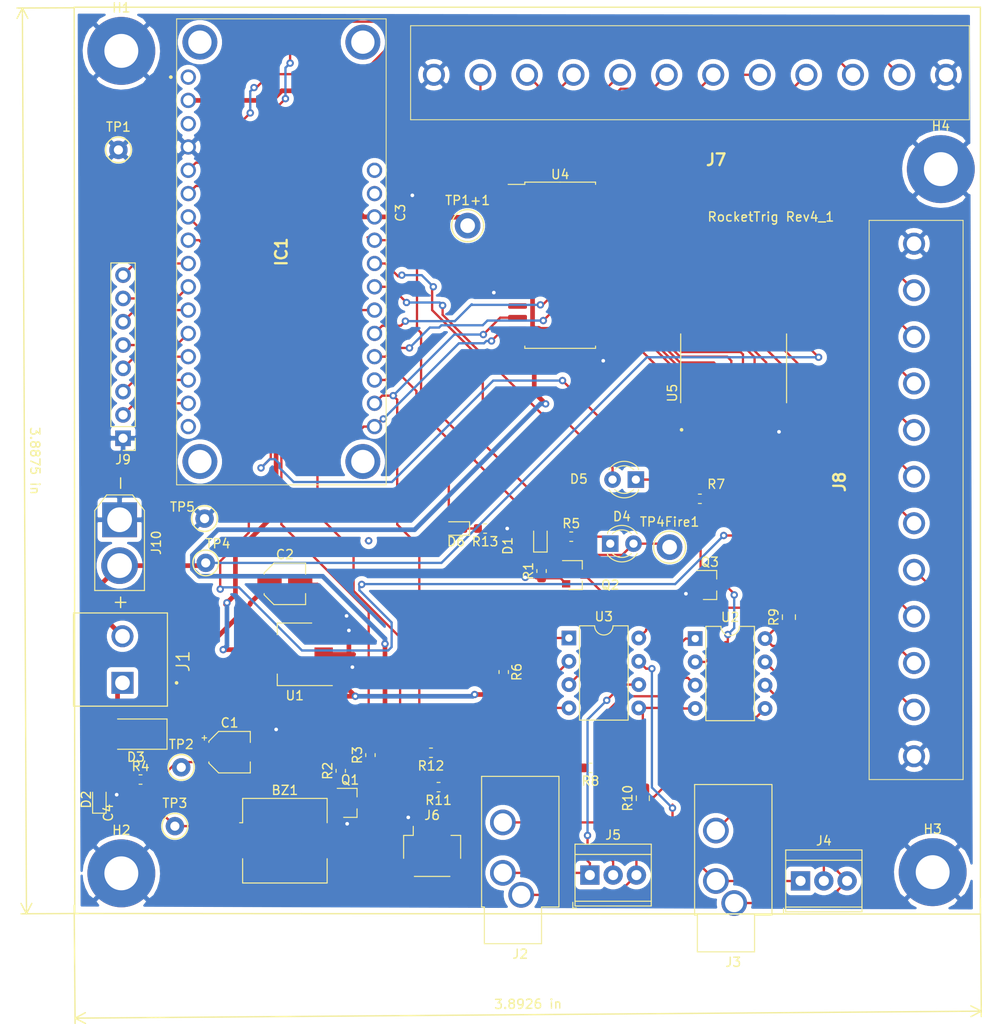
<source format=kicad_pcb>
(kicad_pcb (version 20171130) (host pcbnew "(5.1.4)-1")
  (layers (0 F.Cu signal) (31 B.Cu signal hide) (34 B.Paste user) (35 F.Paste user) (36 B.SilkS user) (37 F.SilkS user) (38 B.Mask user) (39 F.Mask user) (44 Edge.Cuts user))
  (net 0 "")
  (net 1 "Net-(BZ1-Pad2)")
  (net 2 +3V3)
  (net 3 GND)
  (net 4 +5V)
  (net 5 "Net-(C2-Pad1)")
  (net 6 /Sheet621ECC97/13)
  (net 7 "Net-(D1-Pad1)")
  (net 8 "Net-(D2-Pad2)")
  (net 9 "Net-(D3-Pad2)")
  (net 10 Shutter)
  (net 11 "Net-(D4-Pad1)")
  (net 12 Focus)
  (net 13 "Net-(D5-Pad1)")
  (net 14 "Net-(D6-Pad2)")
  (net 15 "Net-(D6-Pad1)")
  (net 16 /Sheet621ECC97/~RST)
  (net 17 /Sheet621ECC97/AREF)
  (net 18 IN_1)
  (net 19 IN_2)
  (net 20 OUT_1)
  (net 21 OUT_2)
  (net 22 /Sheet621ECC97/A4)
  (net 23 /Sheet621ECC97/A5)
  (net 24 /Sheet621ECC97/SCK)
  (net 25 /Sheet621ECC97/MOSI)
  (net 26 /Sheet621ECC97/MISO)
  (net 27 "Net-(IC1-Pad15)")
  (net 28 "Net-(IC1-Pad14)")
  (net 29 /Sheet621ECC97/FREE)
  (net 30 SDA_qwiic)
  (net 31 SCL_qwiic)
  (net 32 INTB)
  (net 33 INTA)
  (net 34 Buzzer)
  (net 35 /Sheet621ECC97/EN)
  (net 36 /Sheet621ECC97/VBAT)
  (net 37 +12V)
  (net 38 "Net-(J2-PadR)")
  (net 39 "Net-(J2-PadT)")
  (net 40 "Net-(J2-PadS)")
  (net 41 "Net-(J3-PadR)")
  (net 42 "Net-(J7-Pad5)")
  (net 43 "Net-(J7-Pad7)")
  (net 44 "Net-(J7-Pad9)")
  (net 45 "Net-(J8-Pad3)")
  (net 46 "Net-(Q1-Pad1)")
  (net 47 "Net-(Q2-Pad3)")
  (net 48 "Net-(Q2-Pad1)")
  (net 49 "Net-(Q3-Pad3)")
  (net 50 "Net-(Q3-Pad1)")
  (net 51 "Net-(R6-Pad1)")
  (net 52 "Net-(R8-Pad1)")
  (net 53 "Net-(R9-Pad2)")
  (net 54 "Net-(R10-Pad2)")
  (net 55 "Net-(U2-Pad1)")
  (net 56 "Net-(U3-Pad2)")
  (net 57 "Net-(U4-Pad28)")
  (net 58 "Net-(U4-Pad27)")
  (net 59 "Net-(U4-Pad26)")
  (net 60 "Net-(U4-Pad25)")
  (net 61 "Net-(U4-Pad24)")
  (net 62 "Net-(U4-Pad23)")
  (net 63 "Net-(U4-Pad22)")
  (net 64 "Net-(U4-Pad21)")
  (net 65 "Net-(U4-Pad14)")
  (net 66 "Net-(U4-Pad11)")
  (net 67 "Net-(J7-Pad3)")
  (net 68 "Net-(J7-Pad2)")
  (net 69 "Net-(J7-Pad4)")
  (net 70 "Net-(J7-Pad6)")
  (net 71 "Net-(J7-Pad8)")
  (net 72 "Net-(J8-Pad2)")
  (net 73 "Net-(J8-Pad4)")
  (net 74 "Net-(J8-Pad5)")
  (net 75 "Net-(J8-Pad6)")
  (net 76 "Net-(J8-Pad7)")
  (net 77 "Net-(J8-Pad8)")
  (net 78 "Net-(J8-Pad9)")
  (net 79 "Net-(J3-PadT)")
  (net 80 "Net-(J3-PadS)")
  (module CameraTriggerPCB:SOIC127P1030X265-18N (layer F.Cu) (at -26.924 39.37 90)
    (fp_text reference U5 (at -2.685 -6.687 90) (layer F.SilkS))
    (fp_text value ULN2803A)
    (pad 1 smd roundrect (at -4.64 -5.08 90) (size 2.06 0.6) (layers F.Cu F.Paste F.Mask) (roundrect_rratio 0.07000000000000001) (net 64 "Net-(U4-Pad21)"))
    (pad 2 smd roundrect (at -4.64 -3.81 90) (size 2.06 0.6) (layers F.Cu F.Paste F.Mask) (roundrect_rratio 0.07000000000000001) (net 63 "Net-(U4-Pad22)"))
    (pad 3 smd roundrect (at -4.64 -2.54 90) (size 2.06 0.6) (layers F.Cu F.Paste F.Mask) (roundrect_rratio 0.07000000000000001) (net 62 "Net-(U4-Pad23)"))
    (pad 4 smd roundrect (at -4.64 -1.27 90) (size 2.06 0.6) (layers F.Cu F.Paste F.Mask) (roundrect_rratio 0.07000000000000001) (net 61 "Net-(U4-Pad24)"))
    (pad 5 smd roundrect (at -4.64 0 90) (size 2.06 0.6) (layers F.Cu F.Paste F.Mask) (roundrect_rratio 0.07000000000000001) (net 60 "Net-(U4-Pad25)"))
    (pad 6 smd roundrect (at -4.64 1.27 90) (size 2.06 0.6) (layers F.Cu F.Paste F.Mask) (roundrect_rratio 0.07000000000000001) (net 59 "Net-(U4-Pad26)"))
    (pad 7 smd roundrect (at -4.64 2.54 90) (size 2.06 0.6) (layers F.Cu F.Paste F.Mask) (roundrect_rratio 0.07000000000000001) (net 58 "Net-(U4-Pad27)"))
    (pad 8 smd roundrect (at -4.64 3.81 90) (size 2.06 0.6) (layers F.Cu F.Paste F.Mask) (roundrect_rratio 0.07000000000000001) (net 57 "Net-(U4-Pad28)"))
    (pad 9 smd roundrect (at -4.64 5.08 90) (size 2.06 0.6) (layers F.Cu F.Paste F.Mask) (roundrect_rratio 0.07000000000000001) (net 3 GND))
    (pad 10 smd roundrect (at 4.64 5.08 90) (size 2.06 0.6) (layers F.Cu F.Paste F.Mask) (roundrect_rratio 0.07000000000000001) (net 37 +12V))
    (pad 11 smd roundrect (at 4.64 3.81 90) (size 2.06 0.6) (layers F.Cu F.Paste F.Mask) (roundrect_rratio 0.07000000000000001) (net 78 "Net-(J8-Pad9)"))
    (pad 12 smd roundrect (at 4.64 2.54 90) (size 2.06 0.6) (layers F.Cu F.Paste F.Mask) (roundrect_rratio 0.07000000000000001) (net 77 "Net-(J8-Pad8)"))
    (pad 13 smd roundrect (at 4.64 1.27 90) (size 2.06 0.6) (layers F.Cu F.Paste F.Mask) (roundrect_rratio 0.07000000000000001) (net 76 "Net-(J8-Pad7)"))
    (pad 14 smd roundrect (at 4.64 0 90) (size 2.06 0.6) (layers F.Cu F.Paste F.Mask) (roundrect_rratio 0.07000000000000001) (net 75 "Net-(J8-Pad6)"))
    (pad 15 smd roundrect (at 4.64 -1.27 90) (size 2.06 0.6) (layers F.Cu F.Paste F.Mask) (roundrect_rratio 0.07000000000000001) (net 74 "Net-(J8-Pad5)"))
    (pad 16 smd roundrect (at 4.64 -2.54 90) (size 2.06 0.6) (layers F.Cu F.Paste F.Mask) (roundrect_rratio 0.07000000000000001) (net 73 "Net-(J8-Pad4)"))
    (pad 17 smd roundrect (at 4.64 -3.81 90) (size 2.06 0.6) (layers F.Cu F.Paste F.Mask) (roundrect_rratio 0.07000000000000001) (net 45 "Net-(J8-Pad3)"))
    (pad 18 smd roundrect (at 4.64 -5.08 90) (size 2.06 0.6) (layers F.Cu F.Paste F.Mask) (roundrect_rratio 0.07000000000000001) (net 72 "Net-(J8-Pad2)"))
  )
  (module SamacSys_Parts:3178 (layer F.Cu) (at -86.4235 7.62 270)
    (fp_text reference IC1 (at 19.05 -10.16 90) (layer F.SilkS) (effects (font (size 1.27 1.27) (thickness 0.254))))
    (fp_text value 3178 hide)
    (pad MH4 thru_hole circle (at 41.91 -19.05 270) (size 3.81 3.81) (drill 2.54) (layers *.Cu *.Mask))
    (pad MH3 thru_hole circle (at 41.91 -1.27 270) (size 3.81 3.81) (drill 2.54) (layers *.Cu *.Mask))
    (pad MH2 thru_hole circle (at -3.81 -19.05 270) (size 3.81 3.81) (drill 2.54) (layers *.Cu *.Mask))
    (pad MH1 thru_hole circle (at -3.81 -1.27 270) (size 3.81 3.81) (drill 2.54) (layers *.Cu *.Mask))
    (pad 28 thru_hole circle (at 0 0 270) (size 1.665 1.665) (drill 1.11) (layers *.Cu *.Mask) (net 16 /Sheet621ECC97/~RST))
    (pad 27 thru_hole circle (at 2.54 0 270) (size 1.665 1.665) (drill 1.11) (layers *.Cu *.Mask) (net 2 +3V3))
    (pad 26 thru_hole circle (at 5.08 0 270) (size 1.665 1.665) (drill 1.11) (layers *.Cu *.Mask) (net 17 /Sheet621ECC97/AREF))
    (pad 25 thru_hole circle (at 7.62 0 270) (size 1.665 1.665) (drill 1.11) (layers *.Cu *.Mask) (net 3 GND))
    (pad 24 thru_hole circle (at 10.16 0 270) (size 1.665 1.665) (drill 1.11) (layers *.Cu *.Mask) (net 18 IN_1))
    (pad 23 thru_hole circle (at 12.7 0 270) (size 1.665 1.665) (drill 1.11) (layers *.Cu *.Mask) (net 19 IN_2))
    (pad 22 thru_hole circle (at 15.24 0 270) (size 1.665 1.665) (drill 1.11) (layers *.Cu *.Mask) (net 20 OUT_1))
    (pad 21 thru_hole circle (at 17.78 0 270) (size 1.665 1.665) (drill 1.11) (layers *.Cu *.Mask) (net 21 OUT_2))
    (pad 20 thru_hole circle (at 20.32 0 270) (size 1.665 1.665) (drill 1.11) (layers *.Cu *.Mask) (net 22 /Sheet621ECC97/A4))
    (pad 19 thru_hole circle (at 22.86 0 270) (size 1.665 1.665) (drill 1.11) (layers *.Cu *.Mask) (net 23 /Sheet621ECC97/A5))
    (pad 18 thru_hole circle (at 25.4 0 270) (size 1.665 1.665) (drill 1.11) (layers *.Cu *.Mask) (net 24 /Sheet621ECC97/SCK))
    (pad 17 thru_hole circle (at 27.94 0 270) (size 1.665 1.665) (drill 1.11) (layers *.Cu *.Mask) (net 25 /Sheet621ECC97/MOSI))
    (pad 16 thru_hole circle (at 30.48 0 270) (size 1.665 1.665) (drill 1.11) (layers *.Cu *.Mask) (net 26 /Sheet621ECC97/MISO))
    (pad 15 thru_hole circle (at 33.02 0 270) (size 1.665 1.665) (drill 1.11) (layers *.Cu *.Mask) (net 27 "Net-(IC1-Pad15)"))
    (pad 14 thru_hole circle (at 35.56 0 270) (size 1.665 1.665) (drill 1.11) (layers *.Cu *.Mask) (net 28 "Net-(IC1-Pad14)"))
    (pad 13 thru_hole circle (at 38.1 0 270) (size 1.665 1.665) (drill 1.11) (layers *.Cu *.Mask) (net 29 /Sheet621ECC97/FREE))
    (pad 12 thru_hole circle (at 38.1 -20.32 270) (size 1.665 1.665) (drill 1.11) (layers *.Cu *.Mask) (net 30 SDA_qwiic))
    (pad 11 thru_hole circle (at 35.56 -20.32 270) (size 1.665 1.665) (drill 1.11) (layers *.Cu *.Mask) (net 31 SCL_qwiic))
    (pad 10 thru_hole circle (at 33.02 -20.32 270) (size 1.665 1.665) (drill 1.11) (layers *.Cu *.Mask) (net 14 "Net-(D6-Pad2)"))
    (pad 9 thru_hole circle (at 30.48 -20.32 270) (size 1.665 1.665) (drill 1.11) (layers *.Cu *.Mask) (net 32 INTB))
    (pad 8 thru_hole circle (at 27.94 -20.32 270) (size 1.665 1.665) (drill 1.11) (layers *.Cu *.Mask) (net 33 INTA))
    (pad 7 thru_hole circle (at 25.4 -20.32 270) (size 1.665 1.665) (drill 1.11) (layers *.Cu *.Mask) (net 34 Buzzer))
    (pad 6 thru_hole circle (at 22.86 -20.32 270) (size 1.665 1.665) (drill 1.11) (layers *.Cu *.Mask) (net 12 Focus))
    (pad 5 thru_hole circle (at 20.32 -20.32 270) (size 1.665 1.665) (drill 1.11) (layers *.Cu *.Mask) (net 10 Shutter))
    (pad 4 thru_hole circle (at 17.78 -20.32 270) (size 1.665 1.665) (drill 1.11) (layers *.Cu *.Mask) (net 6 /Sheet621ECC97/13))
    (pad 3 thru_hole circle (at 15.24 -20.32 270) (size 1.665 1.665) (drill 1.11) (layers *.Cu *.Mask) (net 4 +5V))
    (pad 2 thru_hole circle (at 12.7 -20.32 270) (size 1.665 1.665) (drill 1.11) (layers *.Cu *.Mask) (net 35 /Sheet621ECC97/EN))
    (pad 1 thru_hole circle (at 10.16 -20.32 270) (size 1.665 1.665) (drill 1.11) (layers *.Cu *.Mask) (net 36 /Sheet621ECC97/VBAT))
  )
  (module Package_TO_SOT_SMD:SOT-223 (layer F.Cu) (at -74.803 70.5485 180)
    (fp_text reference U1 (at 0 -4.5) (layer F.SilkS))
    (fp_text value AMS1117-5.0)
    (pad 1 smd rect (at -3.15 -2.3 180) (size 2 1.5) (layers F.Cu F.Paste F.Mask) (net 4 +5V))
    (pad 3 smd rect (at -3.15 2.3 180) (size 2 1.5) (layers F.Cu F.Paste F.Mask) (net 5 "Net-(C2-Pad1)"))
    (pad 2 smd rect (at -3.15 0 180) (size 2 1.5) (layers F.Cu F.Paste F.Mask) (net 3 GND))
    (pad 4 smd rect (at 3.15 0 180) (size 2 3.8) (layers F.Cu F.Paste F.Mask))
  )
  (module Capacitor_SMD:CP_Elec_4x5.4 (layer F.Cu) (at -81.915 81.2165)
    (fp_text reference C1 (at 0 -3.2) (layer F.SilkS))
    (fp_text value 1uf)
    (pad 2 smd roundrect (at 1.8 0) (size 2.6 1.6) (layers F.Cu F.Paste F.Mask) (roundrect_rratio 0.15625) (net 3 GND))
    (pad 1 smd roundrect (at -1.8 0) (size 2.6 1.6) (layers F.Cu F.Paste F.Mask) (roundrect_rratio 0.15625) (net 4 +5V))
  )
  (module TestPoint:TestPoint_Keystone_5000-5004_Miniature (layer F.Cu) (at -84.6455 55.753)
    (fp_text reference TP5 (at -2.413 -1.27) (layer F.SilkS))
    (fp_text value Gnd)
    (pad 1 thru_hole circle (at 0 0) (size 2 2) (drill 1) (layers *.Cu *.Mask) (net 3 GND))
  )
  (module TestPoint:TestPoint_Keystone_5010-5014_Multipurpose (layer F.Cu) (at -55.9435 23.8125)
    (fp_text reference TP1+1 (at 0 -2.75) (layer F.SilkS))
    (fp_text value +5V)
    (pad 1 thru_hole circle (at 0 0) (size 2.8 2.8) (drill 1.6) (layers *.Cu *.Mask) (net 4 +5V))
  )
  (module TestPoint:TestPoint_Keystone_5000-5004_Miniature (layer F.Cu) (at -94.0435 15.5575)
    (fp_text reference TP1 (at 0 -2.5) (layer F.SilkS))
    (fp_text value GND)
    (pad 1 thru_hole circle (at 0 0) (size 2 2) (drill 1) (layers *.Cu *.Mask) (net 3 GND))
  )
  (module Connector_AMASS:AMASS_XT30U-F_1x02_P5.0mm_Vertical (layer F.Cu) (at -93.9165 55.88 270)
    (fp_text reference J10 (at 2.5 -4 90) (layer F.SilkS))
    (fp_text value PWR)
    (fp_text user - (at -4 0 90) (layer F.SilkS) (effects (font (size 1.5 1.5))))
    (fp_text user + (at 9 0 90) (layer F.SilkS) (effects (font (size 1.5 1.5))))
    (pad 2 thru_hole circle (at 5 0 270) (size 4 4) (drill 2.7) (layers *.Cu *.Mask) (net 37 +12V))
    (pad 1 thru_hole rect (at 0 0 270) (size 3.8 3.8) (drill 2.7) (layers *.Cu *.Mask) (net 3 GND))
  )
  (module TerminalBlock_TE-Connectivity:TerminalBlock_TE_282834-3_1x03_P2.54mm_Horizontal (layer F.Cu) (at -19.6215 95.25)
    (fp_text reference J4 (at 2.54 -4.37) (layer F.SilkS))
    (fp_text value "Camera 1 Term")
    (pad 3 thru_hole circle (at 5.08 0) (size 2.1 2.1) (drill 1.1) (layers *.Cu *.Mask) (net 80 "Net-(J3-PadS)"))
    (pad 2 thru_hole circle (at 2.54 0) (size 2.1 2.1) (drill 1.1) (layers *.Cu *.Mask) (net 41 "Net-(J3-PadR)"))
    (pad 1 thru_hole rect (at 0 0) (size 2.1 2.1) (drill 1.1) (layers *.Cu *.Mask) (net 79 "Net-(J3-PadT)"))
  )
  (module Connector_Audio:Jack_3.5mm_CUI_SJ1-3533NG_Horizontal_CircularHoles (layer F.Cu) (at -50.1015 96.774 180)
    (fp_text reference J2 (at 0.1 -6.45) (layer F.SilkS))
    (fp_text value "Camera 1  3.5mm")
    (pad R thru_hole circle (at 2 7.9 180) (size 2.8 2.8) (drill 2) (layers *.Cu *.Mask) (net 38 "Net-(J2-PadR)"))
    (pad T thru_hole circle (at 2 2.4 180) (size 2.8 2.8) (drill 2) (layers *.Cu *.Mask) (net 39 "Net-(J2-PadT)"))
    (pad S thru_hole circle (at 0 0 180) (size 2.8 2.8) (drill 2) (layers *.Cu *.Mask) (net 40 "Net-(J2-PadS)"))
  )
  (module CameraTriggerPCB:TB00750812BE (layer F.Cu) (at -7.239 25.781 270)
    (fp_text reference J8 (at 25.9715 8.128 90) (layer F.SilkS) (effects (font (size 1.27 1.27) (thickness 0.254))))
    (fp_text value Out hide)
    (pad 1 thru_hole circle (at 0 0 270) (size 2.4 2.4) (drill 1.6) (layers *.Cu *.Mask) (net 3 GND))
    (pad 2 thru_hole circle (at 5.08 0 270) (size 2.4 2.4) (drill 1.6) (layers *.Cu *.Mask) (net 72 "Net-(J8-Pad2)"))
    (pad 3 thru_hole circle (at 10.16 0 270) (size 2.4 2.4) (drill 1.6) (layers *.Cu *.Mask) (net 45 "Net-(J8-Pad3)"))
    (pad 4 thru_hole circle (at 15.24 0 270) (size 2.4 2.4) (drill 1.6) (layers *.Cu *.Mask) (net 73 "Net-(J8-Pad4)"))
    (pad 5 thru_hole circle (at 20.32 0 270) (size 2.4 2.4) (drill 1.6) (layers *.Cu *.Mask) (net 74 "Net-(J8-Pad5)"))
    (pad 6 thru_hole circle (at 25.4 0 270) (size 2.4 2.4) (drill 1.6) (layers *.Cu *.Mask) (net 75 "Net-(J8-Pad6)"))
    (pad 7 thru_hole circle (at 30.48 0 270) (size 2.4 2.4) (drill 1.6) (layers *.Cu *.Mask) (net 76 "Net-(J8-Pad7)"))
    (pad 8 thru_hole circle (at 35.56 0 270) (size 2.4 2.4) (drill 1.6) (layers *.Cu *.Mask) (net 77 "Net-(J8-Pad8)"))
    (pad 9 thru_hole circle (at 40.64 0 270) (size 2.4 2.4) (drill 1.6) (layers *.Cu *.Mask) (net 78 "Net-(J8-Pad9)"))
    (pad 10 thru_hole circle (at 45.72 0 270) (size 2.4 2.4) (drill 1.6) (layers *.Cu *.Mask) (net 20 OUT_1))
    (pad 11 thru_hole circle (at 50.8 0 270) (size 2.4 2.4) (drill 1.6) (layers *.Cu *.Mask) (net 21 OUT_2))
    (pad 12 thru_hole circle (at 55.88 0 270) (size 2.4 2.4) (drill 1.6) (layers *.Cu *.Mask) (net 3 GND))
  )
  (module CameraTriggerPCB:TB00750812BE (layer F.Cu) (at -59.6265 7.366)
    (fp_text reference J7 (at 30.7975 9.271) (layer F.SilkS) (effects (font (size 1.27 1.27) (thickness 0.254))))
    (fp_text value In hide)
    (pad 1 thru_hole circle (at 0 0) (size 2.4 2.4) (drill 1.6) (layers *.Cu *.Mask) (net 3 GND))
    (pad 2 thru_hole circle (at 5.08 0) (size 2.4 2.4) (drill 1.6) (layers *.Cu *.Mask) (net 68 "Net-(J7-Pad2)"))
    (pad 3 thru_hole circle (at 10.16 0) (size 2.4 2.4) (drill 1.6) (layers *.Cu *.Mask) (net 67 "Net-(J7-Pad3)"))
    (pad 4 thru_hole circle (at 15.24 0) (size 2.4 2.4) (drill 1.6) (layers *.Cu *.Mask) (net 69 "Net-(J7-Pad4)"))
    (pad 5 thru_hole circle (at 20.32 0) (size 2.4 2.4) (drill 1.6) (layers *.Cu *.Mask) (net 42 "Net-(J7-Pad5)"))
    (pad 6 thru_hole circle (at 25.4 0) (size 2.4 2.4) (drill 1.6) (layers *.Cu *.Mask) (net 70 "Net-(J7-Pad6)"))
    (pad 7 thru_hole circle (at 30.48 0) (size 2.4 2.4) (drill 1.6) (layers *.Cu *.Mask) (net 43 "Net-(J7-Pad7)"))
    (pad 8 thru_hole circle (at 35.56 0) (size 2.4 2.4) (drill 1.6) (layers *.Cu *.Mask) (net 71 "Net-(J7-Pad8)"))
    (pad 9 thru_hole circle (at 40.64 0) (size 2.4 2.4) (drill 1.6) (layers *.Cu *.Mask) (net 44 "Net-(J7-Pad9)"))
    (pad 10 thru_hole circle (at 45.72 0) (size 2.4 2.4) (drill 1.6) (layers *.Cu *.Mask) (net 18 IN_1))
    (pad 11 thru_hole circle (at 50.8 0) (size 2.4 2.4) (drill 1.6) (layers *.Cu *.Mask) (net 19 IN_2))
    (pad 12 thru_hole circle (at 55.88 0) (size 2.4 2.4) (drill 1.6) (layers *.Cu *.Mask) (net 3 GND))
  )
  (module Package_SO:SOIC-28W_7.5x17.9mm_P1.27mm (layer F.Cu) (at -45.847 28.1305)
    (fp_text reference U4 (at 0 -9.9) (layer F.SilkS))
    (fp_text value MCP23017T-E/SO)
    (pad 28 smd roundrect (at 4.65 -8.255) (size 2.05 0.6) (layers F.Cu F.Paste F.Mask) (net 57 "Net-(U4-Pad28)"))
    (pad 27 smd roundrect (at 4.65 -6.985) (size 2.05 0.6) (layers F.Cu F.Paste F.Mask) (net 58 "Net-(U4-Pad27)"))
    (pad 26 smd roundrect (at 4.65 -5.715) (size 2.05 0.6) (layers F.Cu F.Paste F.Mask) (net 59 "Net-(U4-Pad26)"))
    (pad 25 smd roundrect (at 4.65 -4.445) (size 2.05 0.6) (layers F.Cu F.Paste F.Mask) (net 60 "Net-(U4-Pad25)"))
    (pad 24 smd roundrect (at 4.65 -3.175) (size 2.05 0.6) (layers F.Cu F.Paste F.Mask) (net 61 "Net-(U4-Pad24)"))
    (pad 23 smd roundrect (at 4.65 -1.905) (size 2.05 0.6) (layers F.Cu F.Paste F.Mask) (net 62 "Net-(U4-Pad23)"))
    (pad 22 smd roundrect (at 4.65 -0.635) (size 2.05 0.6) (layers F.Cu F.Paste F.Mask) (net 63 "Net-(U4-Pad22)"))
    (pad 21 smd roundrect (at 4.65 0.635) (size 2.05 0.6) (layers F.Cu F.Paste F.Mask) (net 64 "Net-(U4-Pad21)"))
    (pad 20 smd roundrect (at 4.65 1.905) (size 2.05 0.6) (layers F.Cu F.Paste F.Mask) (net 33 INTA))
    (pad 19 smd roundrect (at 4.65 3.175) (size 2.05 0.6) (layers F.Cu F.Paste F.Mask) (net 32 INTB))
    (pad 18 smd roundrect (at 4.65 4.445) (size 2.05 0.6) (layers F.Cu F.Paste F.Mask) (net 2 +3V3))
    (pad 17 smd roundrect (at 4.65 5.715) (size 2.05 0.6) (layers F.Cu F.Paste F.Mask) (net 3 GND))
    (pad 16 smd roundrect (at 4.65 6.985) (size 2.05 0.6) (layers F.Cu F.Paste F.Mask) (net 3 GND))
    (pad 15 smd roundrect (at 4.65 8.255) (size 2.05 0.6) (layers F.Cu F.Paste F.Mask) (net 3 GND))
    (pad 14 smd roundrect (at -4.65 8.255) (size 2.05 0.6) (layers F.Cu F.Paste F.Mask) (net 65 "Net-(U4-Pad14)"))
    (pad 13 smd roundrect (at -4.65 6.985) (size 2.05 0.6) (layers F.Cu F.Paste F.Mask) (net 30 SDA_qwiic))
    (pad 12 smd roundrect (at -4.65 5.715) (size 2.05 0.6) (layers F.Cu F.Paste F.Mask) (net 31 SCL_qwiic))
    (pad 11 smd roundrect (at -4.65 4.445) (size 2.05 0.6) (layers F.Cu F.Paste F.Mask) (net 66 "Net-(U4-Pad11)"))
    (pad 10 smd roundrect (at -4.65 3.175) (size 2.05 0.6) (layers F.Cu F.Paste F.Mask) (net 3 GND))
    (pad 9 smd roundrect (at -4.65 1.905) (size 2.05 0.6) (layers F.Cu F.Paste F.Mask) (net 2 +3V3))
    (pad 8 smd roundrect (at -4.65 0.635) (size 2.05 0.6) (layers F.Cu F.Paste F.Mask) (net 44 "Net-(J7-Pad9)"))
    (pad 7 smd roundrect (at -4.65 -0.635) (size 2.05 0.6) (layers F.Cu F.Paste F.Mask) (net 71 "Net-(J7-Pad8)"))
    (pad 6 smd roundrect (at -4.65 -1.905) (size 2.05 0.6) (layers F.Cu F.Paste F.Mask) (net 43 "Net-(J7-Pad7)"))
    (pad 5 smd roundrect (at -4.65 -3.175) (size 2.05 0.6) (layers F.Cu F.Paste F.Mask) (net 70 "Net-(J7-Pad6)"))
    (pad 4 smd roundrect (at -4.65 -4.445) (size 2.05 0.6) (layers F.Cu F.Paste F.Mask) (net 42 "Net-(J7-Pad5)"))
    (pad 3 smd roundrect (at -4.65 -5.715) (size 2.05 0.6) (layers F.Cu F.Paste F.Mask) (net 69 "Net-(J7-Pad4)"))
    (pad 2 smd roundrect (at -4.65 -6.985) (size 2.05 0.6) (layers F.Cu F.Paste F.Mask) (net 67 "Net-(J7-Pad3)"))
    (pad 1 smd roundrect (at -4.65 -8.255) (size 2.05 0.6) (layers F.Cu F.Paste F.Mask) (net 68 "Net-(J7-Pad2)"))
  )
  (module Package_DIP:DIP-8_W7.62mm (layer F.Cu) (at -44.8945 68.7705)
    (fp_text reference U3 (at 3.81 -2.33) (layer F.SilkS))
    (fp_text value ILD74)
    (pad 8 thru_hole oval (at 7.62 0) (size 1.6 1.6) (drill 0.8) (layers *.Cu *.Mask) (net 53 "Net-(R9-Pad2)"))
    (pad 4 thru_hole oval (at 0 7.62) (size 1.6 1.6) (drill 0.8) (layers *.Cu *.Mask) (net 56 "Net-(U3-Pad2)"))
    (pad 7 thru_hole oval (at 7.62 2.54) (size 1.6 1.6) (drill 0.8) (layers *.Cu *.Mask) (net 79 "Net-(J3-PadT)"))
    (pad 3 thru_hole oval (at 0 5.08) (size 1.6 1.6) (drill 0.8) (layers *.Cu *.Mask) (net 47 "Net-(Q2-Pad3)"))
    (pad 6 thru_hole oval (at 7.62 5.08) (size 1.6 1.6) (drill 0.8) (layers *.Cu *.Mask) (net 39 "Net-(J2-PadT)"))
    (pad 2 thru_hole oval (at 0 2.54) (size 1.6 1.6) (drill 0.8) (layers *.Cu *.Mask) (net 56 "Net-(U3-Pad2)"))
    (pad 5 thru_hole oval (at 7.62 7.62) (size 1.6 1.6) (drill 0.8) (layers *.Cu *.Mask) (net 54 "Net-(R10-Pad2)"))
    (pad 1 thru_hole rect (at 0 0) (size 1.6 1.6) (drill 0.8) (layers *.Cu *.Mask) (net 51 "Net-(R6-Pad1)"))
  )
  (module Package_DIP:DIP-8_W7.62mm (layer F.Cu) (at -31.115 68.834)
    (fp_text reference U2 (at 3.81 -2.33) (layer F.SilkS))
    (fp_text value ILD74)
    (pad 8 thru_hole oval (at 7.62 0) (size 1.6 1.6) (drill 0.8) (layers *.Cu *.Mask) (net 80 "Net-(J3-PadS)"))
    (pad 4 thru_hole oval (at 0 7.62) (size 1.6 1.6) (drill 0.8) (layers *.Cu *.Mask) (net 52 "Net-(R8-Pad1)"))
    (pad 7 thru_hole oval (at 7.62 2.54) (size 1.6 1.6) (drill 0.8) (layers *.Cu *.Mask) (net 41 "Net-(J3-PadR)"))
    (pad 3 thru_hole oval (at 0 5.08) (size 1.6 1.6) (drill 0.8) (layers *.Cu *.Mask) (net 55 "Net-(U2-Pad1)"))
    (pad 6 thru_hole oval (at 7.62 5.08) (size 1.6 1.6) (drill 0.8) (layers *.Cu *.Mask) (net 38 "Net-(J2-PadR)"))
    (pad 2 thru_hole oval (at 0 2.54) (size 1.6 1.6) (drill 0.8) (layers *.Cu *.Mask) (net 49 "Net-(Q3-Pad3)"))
    (pad 5 thru_hole oval (at 7.62 7.62) (size 1.6 1.6) (drill 0.8) (layers *.Cu *.Mask) (net 54 "Net-(R10-Pad2)"))
    (pad 1 thru_hole rect (at 0 0) (size 1.6 1.6) (drill 0.8) (layers *.Cu *.Mask) (net 55 "Net-(U2-Pad1)"))
  )
  (module TestPoint:TestPoint_Keystone_5010-5014_Multipurpose (layer F.Cu) (at -33.909 58.8645)
    (fp_text reference TP4Fire1 (at 0 -2.75) (layer F.SilkS))
    (fp_text value Fire)
    (pad 1 thru_hole circle (at 0 0) (size 2.8 2.8) (drill 1.6) (layers *.Cu *.Mask) (net 10 Shutter))
  )
  (module TestPoint:TestPoint_Keystone_5000-5004_Miniature (layer F.Cu) (at -84.5185 60.579)
    (fp_text reference TP4 (at 1.3335 -2.0955) (layer F.SilkS))
    (fp_text value +12)
    (pad 1 thru_hole circle (at 0 0) (size 2 2) (drill 1) (layers *.Cu *.Mask) (net 37 +12V))
  )
  (module TestPoint:TestPoint_Keystone_5000-5004_Miniature (layer F.Cu) (at -87.884 89.281)
    (fp_text reference TP3 (at 0 -2.5) (layer F.SilkS))
    (fp_text value +3.3V)
    (pad 1 thru_hole circle (at 0 0) (size 2 2) (drill 1) (layers *.Cu *.Mask) (net 2 +3V3))
  )
  (module TestPoint:TestPoint_Keystone_5000-5004_Miniature (layer F.Cu) (at -87.1855 82.8675)
    (fp_text reference TP2 (at 0 -2.5) (layer F.SilkS))
    (fp_text value +5V)
    (pad 1 thru_hole circle (at 0 0) (size 2 2) (drill 1) (layers *.Cu *.Mask) (net 4 +5V))
  )
  (module Resistor_SMD:R_0603_1608Metric (layer F.Cu) (at -54.0385 56.8325 180)
    (fp_text reference R13 (at 0 -1.43) (layer F.SilkS))
    (fp_text value 1K)
    (pad 2 smd roundrect (at 0.7875 0 180) (size 0.875 0.95) (layers F.Cu F.Paste F.Mask) (net 15 "Net-(D6-Pad1)"))
    (pad 1 smd roundrect (at -0.7875 0 180) (size 0.875 0.95) (layers F.Cu F.Paste F.Mask) (net 3 GND))
  )
  (module Resistor_SMD:R_0603_1608Metric (layer F.Cu) (at -59.944 81.28 180)
    (fp_text reference R12 (at 0 -1.43) (layer F.SilkS))
    (fp_text value 10K)
    (pad 2 smd roundrect (at 0.7875 0 180) (size 0.875 0.95) (layers F.Cu F.Paste F.Mask) (net 2 +3V3))
    (pad 1 smd roundrect (at -0.7875 0 180) (size 0.875 0.95) (layers F.Cu F.Paste F.Mask) (net 30 SDA_qwiic))
  )
  (module Resistor_SMD:R_0603_1608Metric (layer F.Cu) (at -59.1185 85.0265 180)
    (fp_text reference R11 (at 0 -1.43) (layer F.SilkS))
    (fp_text value 10K)
    (pad 2 smd roundrect (at 0.7875 0 180) (size 0.875 0.95) (layers F.Cu F.Paste F.Mask) (net 2 +3V3))
    (pad 1 smd roundrect (at -0.7875 0 180) (size 0.875 0.95) (layers F.Cu F.Paste F.Mask) (net 31 SCL_qwiic))
  )
  (module Resistor_SMD:R_0805_2012Metric_Pad1.15x1.40mm_HandSolder (layer F.Cu) (at -36.83 86.233 90)
    (fp_text reference R10 (at 0 -1.65 90) (layer F.SilkS))
    (fp_text value 0)
    (pad 2 smd roundrect (at 1.025 0 90) (size 1.15 1.4) (layers F.Cu F.Paste F.Mask) (roundrect_rratio 0.217391) (net 54 "Net-(R10-Pad2)"))
    (pad 1 smd roundrect (at -1.025 0 90) (size 1.15 1.4) (layers F.Cu F.Paste F.Mask) (roundrect_rratio 0.217391) (net 40 "Net-(J2-PadS)"))
  )
  (module Resistor_SMD:R_0805_2012Metric_Pad1.15x1.40mm_HandSolder (layer F.Cu) (at -20.8915 66.4935 90)
    (fp_text reference R9 (at 0 -1.65 90) (layer F.SilkS))
    (fp_text value 0)
    (pad 2 smd roundrect (at 1.025 0 90) (size 1.15 1.4) (layers F.Cu F.Paste F.Mask) (roundrect_rratio 0.217391) (net 53 "Net-(R9-Pad2)"))
    (pad 1 smd roundrect (at -1.025 0 90) (size 1.15 1.4) (layers F.Cu F.Paste F.Mask) (roundrect_rratio 0.217391) (net 80 "Net-(J3-PadS)"))
  )
  (module Resistor_SMD:R_0603_1608Metric (layer F.Cu) (at -42.545 82.931 180)
    (fp_text reference R8 (at 0 -1.43) (layer F.SilkS))
    (fp_text value 51)
    (pad 2 smd roundrect (at 0.7875 0 180) (size 0.875 0.95) (layers F.Cu F.Paste F.Mask) (net 4 +5V))
    (pad 1 smd roundrect (at -0.7875 0 180) (size 0.875 0.95) (layers F.Cu F.Paste F.Mask) (net 52 "Net-(R8-Pad1)"))
  )
  (module Resistor_SMD:R_0603_1608Metric (layer F.Cu) (at -30.607 53.594 180)
    (fp_text reference R7 (at -1.778 1.5875) (layer F.SilkS))
    (fp_text value 1K)
    (pad 2 smd roundrect (at 0.7875 0 180) (size 0.875 0.95) (layers F.Cu F.Paste F.Mask) (net 13 "Net-(D5-Pad1)"))
    (pad 1 smd roundrect (at -0.7875 0 180) (size 0.875 0.95) (layers F.Cu F.Paste F.Mask) (net 50 "Net-(Q3-Pad1)"))
  )
  (module Resistor_SMD:R_0603_1608Metric (layer F.Cu) (at -52.0065 72.479 270)
    (fp_text reference R6 (at 0 -1.43 90) (layer F.SilkS))
    (fp_text value 51)
    (pad 2 smd roundrect (at 0.7875 0 270) (size 0.875 0.95) (layers F.Cu F.Paste F.Mask) (net 4 +5V))
    (pad 1 smd roundrect (at -0.7875 0 270) (size 0.875 0.95) (layers F.Cu F.Paste F.Mask) (net 51 "Net-(R6-Pad1)"))
  )
  (module Resistor_SMD:R_0603_1608Metric (layer F.Cu) (at -44.6405 57.7215)
    (fp_text reference R5 (at 0 -1.43) (layer F.SilkS))
    (fp_text value 1K)
    (pad 2 smd roundrect (at 0.7875 0) (size 0.875 0.95) (layers F.Cu F.Paste F.Mask) (net 11 "Net-(D4-Pad1)"))
    (pad 1 smd roundrect (at -0.7875 0) (size 0.875 0.95) (layers F.Cu F.Paste F.Mask) (net 48 "Net-(Q2-Pad1)"))
  )
  (module Resistor_SMD:R_0603_1608Metric (layer F.Cu) (at -91.6305 84.201)
    (fp_text reference R4 (at 0 -1.43) (layer F.SilkS))
    (fp_text value 1K)
    (pad 2 smd roundrect (at 0.7875 0) (size 0.875 0.95) (layers F.Cu F.Paste F.Mask) (net 4 +5V))
    (pad 1 smd roundrect (at -0.7875 0) (size 0.875 0.95) (layers F.Cu F.Paste F.Mask) (net 8 "Net-(D2-Pad2)"))
  )
  (module Resistor_SMD:R_0603_1608Metric (layer F.Cu) (at -66.548 81.534 90)
    (fp_text reference R3 (at 0 -1.43 90) (layer F.SilkS))
    (fp_text value 1K)
    (pad 2 smd roundrect (at 0.7875 0 90) (size 0.875 0.95) (layers F.Cu F.Paste F.Mask) (net 2 +3V3))
    (pad 1 smd roundrect (at -0.7875 0 90) (size 0.875 0.95) (layers F.Cu F.Paste F.Mask) (net 1 "Net-(BZ1-Pad2)"))
  )
  (module Resistor_SMD:R_0603_1608Metric (layer F.Cu) (at -69.7865 83.2485 90)
    (fp_text reference R2 (at 0 -1.43 90) (layer F.SilkS))
    (fp_text value 1K)
    (pad 2 smd roundrect (at 0.7875 0 90) (size 0.875 0.95) (layers F.Cu F.Paste F.Mask) (net 34 Buzzer))
    (pad 1 smd roundrect (at -0.7875 0 90) (size 0.875 0.95) (layers F.Cu F.Paste F.Mask) (net 46 "Net-(Q1-Pad1)"))
  )
  (module Resistor_SMD:R_0603_1608Metric (layer F.Cu) (at -47.879 61.468 90)
    (fp_text reference R1 (at 0 -1.43 90) (layer F.SilkS))
    (fp_text value 1K)
    (pad 2 smd roundrect (at 0.7875 0 90) (size 0.875 0.95) (layers F.Cu F.Paste F.Mask) (net 7 "Net-(D1-Pad1)"))
    (pad 1 smd roundrect (at -0.7875 0 90) (size 0.875 0.95) (layers F.Cu F.Paste F.Mask) (net 3 GND))
  )
  (module Package_TO_SOT_SMD:SOT-23 (layer F.Cu) (at -29.5275 62.992)
    (fp_text reference Q3 (at 0 -2.5) (layer F.SilkS))
    (fp_text value MMBT3904)
    (pad 3 smd rect (at 1 0) (size 0.9 0.8) (layers F.Cu F.Paste F.Mask) (net 49 "Net-(Q3-Pad3)"))
    (pad 2 smd rect (at -1 0.95) (size 0.9 0.8) (layers F.Cu F.Paste F.Mask) (net 3 GND))
    (pad 1 smd rect (at -1 -0.95) (size 0.9 0.8) (layers F.Cu F.Paste F.Mask) (net 50 "Net-(Q3-Pad1)"))
  )
  (module Package_TO_SOT_SMD:SOT-23 (layer F.Cu) (at -44.196 61.9125)
    (fp_text reference Q2 (at 3.81 1.0795) (layer F.SilkS))
    (fp_text value MMBT3904)
    (pad 3 smd rect (at 1 0) (size 0.9 0.8) (layers F.Cu F.Paste F.Mask) (net 47 "Net-(Q2-Pad3)"))
    (pad 2 smd rect (at -1 0.95) (size 0.9 0.8) (layers F.Cu F.Paste F.Mask) (net 3 GND))
    (pad 1 smd rect (at -1 -0.95) (size 0.9 0.8) (layers F.Cu F.Paste F.Mask) (net 48 "Net-(Q2-Pad1)"))
  )
  (module Package_TO_SOT_SMD:SOT-23 (layer F.Cu) (at -68.7705 86.741)
    (fp_text reference Q1 (at 0 -2.5) (layer F.SilkS))
    (fp_text value 2SC1815)
    (pad 3 smd rect (at 1 0) (size 0.9 0.8) (layers F.Cu F.Paste F.Mask) (net 1 "Net-(BZ1-Pad2)"))
    (pad 2 smd rect (at -1 0.95) (size 0.9 0.8) (layers F.Cu F.Paste F.Mask) (net 3 GND))
    (pad 1 smd rect (at -1 -0.95) (size 0.9 0.8) (layers F.Cu F.Paste F.Mask) (net 46 "Net-(Q1-Pad1)"))
  )
  (module Connector_PinHeader_2.54mm:PinHeader_1x08_P2.54mm_Vertical (layer F.Cu) (at -93.5355 46.99 180)
    (fp_text reference J9 (at 0 -2.33) (layer F.SilkS))
    (fp_text value Misc)
    (pad 8 thru_hole oval (at 0 17.78 180) (size 1.7 1.7) (drill 1) (layers *.Cu *.Mask) (net 22 /Sheet621ECC97/A4))
    (pad 7 thru_hole oval (at 0 15.24 180) (size 1.7 1.7) (drill 1) (layers *.Cu *.Mask) (net 23 /Sheet621ECC97/A5))
    (pad 6 thru_hole oval (at 0 12.7 180) (size 1.7 1.7) (drill 1) (layers *.Cu *.Mask) (net 24 /Sheet621ECC97/SCK))
    (pad 5 thru_hole oval (at 0 10.16 180) (size 1.7 1.7) (drill 1) (layers *.Cu *.Mask) (net 25 /Sheet621ECC97/MOSI))
    (pad 4 thru_hole oval (at 0 7.62 180) (size 1.7 1.7) (drill 1) (layers *.Cu *.Mask) (net 26 /Sheet621ECC97/MISO))
    (pad 3 thru_hole oval (at 0 5.08 180) (size 1.7 1.7) (drill 1) (layers *.Cu *.Mask) (net 27 "Net-(IC1-Pad15)"))
    (pad 2 thru_hole oval (at 0 2.54 180) (size 1.7 1.7) (drill 1) (layers *.Cu *.Mask) (net 28 "Net-(IC1-Pad14)"))
    (pad 1 thru_hole rect (at 0 0 180) (size 1.7 1.7) (drill 1) (layers *.Cu *.Mask) (net 3 GND))
  )
  (module Connector_JST:JST_SH_SM04B-SRSS-TB_1x04-1MP_P1.00mm_Horizontal (layer F.Cu) (at -59.817 92.075)
    (fp_text reference J6 (at 0 -3.98) (layer F.SilkS))
    (fp_text value qwiic)
    (pad MP smd roundrect (at 2.8 1.875) (size 1.2 1.8) (layers F.Cu F.Paste F.Mask) (roundrect_rratio 0.208333))
    (pad MP smd roundrect (at -2.8 1.875) (size 1.2 1.8) (layers F.Cu F.Paste F.Mask) (roundrect_rratio 0.208333))
    (pad 4 smd roundrect (at 1.5 -2) (size 0.6 1.55) (layers F.Cu F.Paste F.Mask) (net 31 SCL_qwiic))
    (pad 3 smd roundrect (at 0.5 -2) (size 0.6 1.55) (layers F.Cu F.Paste F.Mask) (net 30 SDA_qwiic))
    (pad 2 smd roundrect (at -0.5 -2) (size 0.6 1.55) (layers F.Cu F.Paste F.Mask) (net 2 +3V3))
    (pad 1 smd roundrect (at -1.5 -2) (size 0.6 1.55) (layers F.Cu F.Paste F.Mask) (net 3 GND))
  )
  (module TerminalBlock_TE-Connectivity:TerminalBlock_TE_282834-3_1x03_P2.54mm_Horizontal (layer F.Cu) (at -42.6085 94.615)
    (fp_text reference J5 (at 2.54 -4.37) (layer F.SilkS))
    (fp_text value "Camera 2  Term")
    (pad 3 thru_hole circle (at 5.08 0) (size 2.1 2.1) (drill 1.1) (layers *.Cu *.Mask) (net 40 "Net-(J2-PadS)"))
    (pad 2 thru_hole circle (at 2.54 0) (size 2.1 2.1) (drill 1.1) (layers *.Cu *.Mask) (net 38 "Net-(J2-PadR)"))
    (pad 1 thru_hole rect (at 0 0) (size 2.1 2.1) (drill 1.1) (layers *.Cu *.Mask) (net 39 "Net-(J2-PadT)"))
  )
  (module Connector_Audio:Jack_3.5mm_CUI_SJ1-3533NG_Horizontal_CircularHoles (layer F.Cu) (at -26.8605 97.663 180)
    (fp_text reference J3 (at 0.1 -6.45) (layer F.SilkS))
    (fp_text value "Camera 2 3.5 mm")
    (pad R thru_hole circle (at 2 7.9 180) (size 2.8 2.8) (drill 2) (layers *.Cu *.Mask) (net 41 "Net-(J3-PadR)"))
    (pad T thru_hole circle (at 2 2.4 180) (size 2.8 2.8) (drill 2) (layers *.Cu *.Mask) (net 79 "Net-(J3-PadT)"))
    (pad S thru_hole circle (at 0 0 180) (size 2.8 2.8) (drill 2) (layers *.Cu *.Mask) (net 80 "Net-(J3-PadS)"))
  )
  (module CameraTriggerPCB:CUI_TB007-508-02BE (layer F.Cu) (at -93.599 73.66 90)
    (fp_text reference J1 (at 2.3495 6.604 90) (layer F.SilkS) (effects (font (size 1.4 1.4))))
    (fp_text value "Pwr switch")
    (pad 1 thru_hole rect (at 0 0 90) (size 2.4 2.4) (drill 1.6) (layers *.Cu *.Mask) (net 9 "Net-(D3-Pad2)"))
    (pad 2 thru_hole circle (at 5.08 0 90) (size 2.4 2.4) (drill 1.6) (layers *.Cu *.Mask) (net 37 +12V))
  )
  (module MountingHole:MountingHole_3.7mm_Pad (layer F.Cu) (at -4.318 17.653)
    (fp_text reference H4 (at 0 -4.7) (layer F.SilkS))
    (fp_text value " ")
    (pad 1 thru_hole circle (at 0 0) (size 7.4 7.4) (drill 3.7) (layers *.Cu *.Mask) (net 3 GND))
  )
  (module MountingHole:MountingHole_3.7mm_Pad (layer F.Cu) (at -5.207 94.2975)
    (fp_text reference H3 (at 0 -4.7) (layer F.SilkS))
    (fp_text value " ")
    (pad 1 thru_hole circle (at 0 0) (size 7.4 7.4) (drill 3.7) (layers *.Cu *.Mask) (net 3 GND))
  )
  (module MountingHole:MountingHole_3.7mm_Pad (layer F.Cu) (at -93.726 94.4245)
    (fp_text reference H2 (at 0 -4.7) (layer F.SilkS))
    (fp_text value " ")
    (pad 1 thru_hole circle (at 0 0) (size 7.4 7.4) (drill 3.7) (layers *.Cu *.Mask) (net 3 GND))
  )
  (module MountingHole:MountingHole_3.7mm_Pad (layer F.Cu) (at -93.726 4.7625)
    (fp_text reference H1 (at 0 -4.7) (layer F.SilkS))
    (fp_text value " ")
    (pad 1 thru_hole circle (at 0 0) (size 7.4 7.4) (drill 3.7) (layers *.Cu *.Mask) (net 3 GND))
  )
  (module LED_SMD:LED_0603_1608Metric (layer F.Cu) (at -57.2135 56.8325 180)
    (fp_text reference D6 (at 0 -1.43) (layer F.SilkS))
    (fp_text value LED)
    (pad 2 smd roundrect (at 0.7875 0 180) (size 0.875 0.95) (layers F.Cu F.Paste F.Mask) (net 14 "Net-(D6-Pad2)"))
    (pad 1 smd roundrect (at -0.7875 0 180) (size 0.875 0.95) (layers F.Cu F.Paste F.Mask) (net 15 "Net-(D6-Pad1)"))
  )
  (module LED_THT:LED_D3.0mm (layer F.Cu) (at -37.592 51.4985 180)
    (fp_text reference D5 (at 6.223 0.0635) (layer F.SilkS))
    (fp_text value "LED Focus")
    (pad 2 thru_hole circle (at 2.54 0 180) (size 1.8 1.8) (drill 0.9) (layers *.Cu *.Mask) (net 12 Focus))
    (pad 1 thru_hole rect (at 0 0 180) (size 1.8 1.8) (drill 0.9) (layers *.Cu *.Mask) (net 13 "Net-(D5-Pad1)"))
  )
  (module LED_THT:LED_D3.0mm (layer F.Cu) (at -40.386 58.4835)
    (fp_text reference D4 (at 1.27 -2.96) (layer F.SilkS))
    (fp_text value "LED Trig")
    (pad 2 thru_hole circle (at 2.54 0) (size 1.8 1.8) (drill 0.9) (layers *.Cu *.Mask) (net 10 Shutter))
    (pad 1 thru_hole rect (at 0 0) (size 1.8 1.8) (drill 0.9) (layers *.Cu *.Mask) (net 11 "Net-(D4-Pad1)"))
  )
  (module Diode_SMD:D_SMA (layer F.Cu) (at -92.1385 79.248 180)
    (fp_text reference D3 (at 0 -2.5) (layer F.SilkS))
    (fp_text value B330A-13-F)
    (pad 2 smd rect (at 2 0 180) (size 2.5 1.8) (layers F.Cu F.Paste F.Mask) (net 9 "Net-(D3-Pad2)"))
    (pad 1 smd rect (at -2 0 180) (size 2.5 1.8) (layers F.Cu F.Paste F.Mask) (net 5 "Net-(C2-Pad1)"))
  )
  (module LED_SMD:LED_0603_1608Metric (layer F.Cu) (at -96.125 86.3815 90)
    (fp_text reference D2 (at 0 -1.43 90) (layer F.SilkS))
    (fp_text value PWR)
    (pad 2 smd roundrect (at 0.7875 0 90) (size 0.875 0.95) (layers F.Cu F.Paste F.Mask) (net 8 "Net-(D2-Pad2)"))
    (pad 1 smd roundrect (at -0.7875 0 90) (size 0.875 0.95) (layers F.Cu F.Paste F.Mask) (net 3 GND))
  )
  (module LED_SMD:LED_0603_1608Metric (layer F.Cu) (at -48.006 57.912 90)
    (fp_text reference D1 (at -0.8115 -3.5605 90) (layer F.SilkS))
    (fp_text value "LED Trig")
    (pad 2 smd roundrect (at 0.7875 0 90) (size 0.875 0.95) (layers F.Cu F.Paste F.Mask) (net 6 /Sheet621ECC97/13))
    (pad 1 smd roundrect (at -0.7875 0 90) (size 0.875 0.95) (layers F.Cu F.Paste F.Mask) (net 7 "Net-(D1-Pad1)"))
  )
  (module Capacitor_SMD:C_0402_1005Metric (layer F.Cu) (at -93.98 87.8205 90)
    (fp_text reference C4 (at 0 -1.17 90) (layer F.SilkS))
    (fp_text value "0.01 μF")
    (pad 2 smd roundrect (at 0.485 0 90) (size 0.59 0.64) (layers F.Cu F.Paste F.Mask) (net 3 GND))
    (pad 1 smd roundrect (at -0.485 0 90) (size 0.59 0.64) (layers F.Cu F.Paste F.Mask) (net 2 +3V3))
  )
  (module Capacitor_SMD:C_0402_1005Metric (layer F.Cu) (at -62.103 22.4155 90)
    (fp_text reference C3 (at 0 -1.17 90) (layer F.SilkS))
    (fp_text value "0.01 μF")
    (pad 2 smd roundrect (at 0.485 0 90) (size 0.59 0.64) (layers F.Cu F.Paste F.Mask) (net 3 GND))
    (pad 1 smd roundrect (at -0.485 0 90) (size 0.59 0.64) (layers F.Cu F.Paste F.Mask) (net 4 +5V))
  )
  (module Capacitor_SMD:C_Elec_4x5.4 (layer F.Cu) (at -75.8825 62.865)
    (fp_text reference C2 (at 0 -3.2) (layer F.SilkS))
    (fp_text value 25uf)
    (pad 2 smd roundrect (at 1.675 0) (size 2.65 1.6) (layers F.Cu F.Paste F.Mask) (roundrect_rratio 0.15625) (net 3 GND))
    (pad 1 smd roundrect (at -1.675 0) (size 2.65 1.6) (layers F.Cu F.Paste F.Mask) (roundrect_rratio 0.15625) (net 5 "Net-(C2-Pad1)"))
  )
  (module Buzzer_Beeper:Buzzer_Murata_PKMCS0909E4000-R1 (layer F.Cu) (at -75.8825 90.8685)
    (fp_text reference BZ1 (at 0 -5.5) (layer F.SilkS))
    (fp_text value Buzzer)
    (pad 2 smd rect (at 4.35 0) (size 1.3 3.4) (layers F.Cu F.Paste F.Mask) (net 1 "Net-(BZ1-Pad2)"))
    (pad 1 smd rect (at -4.35 0) (size 1.3 3.4) (layers F.Cu F.Paste F.Mask) (net 2 +3V3))
  )
  (gr_text "RocketTrig Rev4_1" (at -22.86 22.86) (layer F.SilkS) (effects (font (size 1 1))))
  (dimension 98.7435 (width 0.15) (layer F.SilkS) (gr_text "3.8875 in" (at -105.597765 49.466038 270.2579214) (layer F.SilkS) (effects (font (size 1 1) (thickness 0.15)))) (feature1 (pts (xy -98.425 98.806) (xy -104.661943 98.834076))) (feature2 (pts (xy -98.8695 0.0635) (xy -105.106443 0.091576))) (crossbar (pts (xy -104.520028 0.088936) (xy -104.075528 98.831436))) (arrow1a (pts (xy -104.075528 98.831436) (xy -104.667014 97.707583))) (arrow1b (pts (xy -104.075528 98.831436) (xy -103.494184 97.702304))) (arrow2a (pts (xy -104.520028 0.088936) (xy -105.101372 1.218068))) (arrow2b (pts (xy -104.520028 0.088936) (xy -103.928542 1.212789))))
  (dimension 98.872436 (width 0.15) (layer F.SilkS) (gr_text "3.8926 in" (at -49.329977 111.13025 0.4415772262) (layer F.SilkS) (effects (font (size 1 1) (thickness 0.15)))) (feature1 (pts (xy 0 97.155) (xy 0.099273 110.035692))) (feature2 (pts (xy -98.8695 97.917) (xy -98.770227 110.797692))) (crossbar (pts (xy -98.774746 110.211289) (xy 0.094754 109.449289))) (arrow1a (pts (xy 0.094754 109.449289) (xy -1.027197 110.044374))) (arrow1b (pts (xy 0.094754 109.449289) (xy -1.036236 108.871568))) (arrow2a (pts (xy -98.774746 110.211289) (xy -97.643756 110.78901))) (arrow2b (pts (xy -98.774746 110.211289) (xy -97.652795 109.616204))))
  (gr_line (start -98.806 98.806) (end 0 98.8695) (layer F.SilkS) (width 0.15))
  (gr_line (start -98.8695 0) (end -98.806 98.806) (layer F.SilkS) (width 0.15))
  (gr_line (start 0 0) (end -98.806 0) (layer F.SilkS) (width 0.15))
  (gr_line (start 0 0) (end 0 98.806) (layer F.SilkS) (width 0.15))
  (segment (start -66.675 58.166) (end -66.7385 58.166) (width 0.249936) (layer F.Cu) (net 0))
  (segment (start -66.7385 58.166) (end -67.056 58.166) (width 0.249936) (layer F.Cu) (net 0))
  (via (at -66.7385 58.166) (size 0.8) (drill 0.4) (layers F.Cu B.Cu) (net 0))
  (segment (start -67.7705 83.544) (end -66.548 82.3215) (width 0.25) (layer F.Cu) (net 1))
  (segment (start -67.7705 86.741) (end -67.7705 83.544) (width 0.25) (layer F.Cu) (net 1))
  (segment (start -70.6325 90.8685) (end -69.8705 90.1065) (width 0.25) (layer F.Cu) (net 1))
  (segment (start -71.5325 90.8685) (end -70.6325 90.8685) (width 0.25) (layer F.Cu) (net 1))
  (segment (start -67.7705 87.391) (end -67.7705 86.741) (width 0.25) (layer F.Cu) (net 1))
  (segment (start -67.7705 88.779002) (end -67.7705 87.391) (width 0.25) (layer F.Cu) (net 1))
  (segment (start -69.097998 90.1065) (end -67.7705 88.779002) (width 0.25) (layer F.Cu) (net 1))
  (segment (start -69.8705 90.1065) (end -69.097998 90.1065) (width 0.25) (layer F.Cu) (net 1))
  (segment (start -61.265 80.7465) (end -60.7315 81.28) (width 0.25) (layer F.Cu) (net 2))
  (segment (start -66.548 80.7465) (end -61.265 80.7465) (width 0.25) (layer F.Cu) (net 2))
  (segment (start -60.7315 81.855) (end -59.817 82.7695) (width 0.25) (layer F.Cu) (net 2))
  (segment (start -60.7315 81.28) (end -60.7315 81.855) (width 0.25) (layer F.Cu) (net 2))
  (segment (start -59.817 82.7695) (end -60.317 83.2695) (width 0.25) (layer F.Cu) (net 2))
  (segment (start -73.63751 83.22351) (end -68.74551 83.22351) (width 0.25) (layer F.Cu) (net 2))
  (segment (start -80.2325 89.8185) (end -73.63751 83.22351) (width 0.25) (layer F.Cu) (net 2))
  (segment (start -68.74551 82.94401) (end -66.548 80.7465) (width 0.25) (layer F.Cu) (net 2))
  (segment (start -68.74551 83.22351) (end -68.74551 82.94401) (width 0.25) (layer F.Cu) (net 2))
  (segment (start -59.906 84.4515) (end -59.906 85.0265) (width 0.25) (layer F.Cu) (net 2))
  (segment (start -60.1645 84.193) (end -59.906 84.4515) (width 0.25) (layer F.Cu) (net 2))
  (segment (start -60.317 84.193) (end -60.1645 84.193) (width 0.25) (layer F.Cu) (net 2))
  (segment (start -60.317 84.193) (end -60.317 90.075) (width 0.25) (layer F.Cu) (net 2))
  (segment (start -60.317 83.2695) (end -60.317 84.193) (width 0.25) (layer F.Cu) (net 2))
  (segment (start -88.8595 88.3055) (end -87.884 89.281) (width 0.25) (layer F.Cu) (net 2))
  (segment (start -93.98 88.3055) (end -88.8595 88.3055) (width 0.25) (layer F.Cu) (net 2))
  (segment (start -80.2325 89.8185) (end -80.2325 90.8685) (width 0.25) (layer F.Cu) (net 2))
  (segment (start -81.1325 88.9185) (end -80.2325 89.8185) (width 0.25) (layer F.Cu) (net 2))
  (segment (start -81.4575 88.9185) (end -81.1325 88.9185) (width 0.25) (layer F.Cu) (net 2))
  (segment (start -81.82 89.281) (end -81.4575 88.9185) (width 0.25) (layer F.Cu) (net 2))
  (segment (start -87.884 89.281) (end -81.82 89.281) (width 0.25) (layer F.Cu) (net 2))
  (segment (start -48.860001 31.063299) (end -48.860001 34.832999) (width 0.508) (layer F.Cu) (net 2))
  (segment (start -49.51709 30.40621) (end -48.860001 31.063299) (width 0.508) (layer F.Cu) (net 2))
  (segment (start -50.497 30.0355) (end -50.12629 30.40621) (width 0.508) (layer F.Cu) (net 2))
  (segment (start -50.12629 30.40621) (end -49.51709 30.40621) (width 0.508) (layer F.Cu) (net 2))
  (segment (start -48.675999 35.017001) (end -48.167999 35.017001) (width 0.508) (layer F.Cu) (net 2))
  (segment (start -48.860001 34.832999) (end -48.675999 35.017001) (width 0.508) (layer F.Cu) (net 2))
  (segment (start -48.167999 35.017001) (end -48.0695 35.1155) (width 0.508) (layer F.Cu) (net 2))
  (segment (start -42.322 32.5755) (end -41.197 32.5755) (width 0.508) (layer F.Cu) (net 2))
  (segment (start -44.862 35.1155) (end -42.322 32.5755) (width 0.508) (layer F.Cu) (net 2))
  (segment (start -48.0695 35.1155) (end -44.862 35.1155) (width 0.508) (layer F.Cu) (net 2))
  (segment (start -48.675999 35.017001) (end -48.675999 42.002001) (width 0.508) (layer F.Cu) (net 2))
  (segment (start -48.675999 42.002001) (end -47.4345 43.2435) (width 0.508) (layer F.Cu) (net 2))
  (segment (start -60.7315 81.28) (end -64.9605 77.051) (width 0.508) (layer F.Cu) (net 2))
  (segment (start -64.9605 77.051) (end -64.9605 69.4055) (width 0.508) (layer F.Cu) (net 2))
  (segment (start -47.4345 43.2435) (end -47.4345 43.2435) (width 0.508) (layer F.Cu) (net 2))
  (via (at -47.4345 43.2435) (size 0.8) (drill 0.4) (layers F.Cu B.Cu) (net 2))
  (segment (start -64.9605 69.4055) (end -64.9605 69.4055) (width 0.508) (layer F.Cu) (net 2))
  (via (at -64.9605 69.4055) (size 0.8) (drill 0.4) (layers F.Cu B.Cu) (net 2))
  (segment (start -85.972501 61.276921) (end -85.972501 59.747001) (width 0.508) (layer B.Cu) (net 2))
  (segment (start -85.216421 62.033001) (end -85.972501 61.276921) (width 0.508) (layer B.Cu) (net 2))
  (segment (start -71.767314 62.033001) (end -85.216421 62.033001) (width 0.508) (layer B.Cu) (net 2))
  (segment (start -64.9605 69.4055) (end -64.9605 68.839815) (width 0.508) (layer B.Cu) (net 2))
  (segment (start -64.9605 68.839815) (end -71.767314 62.033001) (width 0.508) (layer B.Cu) (net 2))
  (segment (start -83.191499 56.965999) (end -61.728499 56.965999) (width 0.508) (layer B.Cu) (net 2))
  (segment (start -85.972501 59.747001) (end -83.191499 56.965999) (width 0.508) (layer B.Cu) (net 2))
  (segment (start -48.006 43.2435) (end -47.4345 43.2435) (width 0.508) (layer B.Cu) (net 2))
  (segment (start -61.728499 56.965999) (end -48.006 43.2435) (width 0.508) (layer B.Cu) (net 2))
  (segment (start -76.228921 9.115499) (end -73.561501 9.115499) (width 0.508) (layer F.Cu) (net 2))
  (segment (start -86.4235 10.16) (end -77.273422 10.16) (width 0.508) (layer F.Cu) (net 2))
  (segment (start -77.273422 10.16) (end -76.228921 9.115499) (width 0.508) (layer F.Cu) (net 2))
  (segment (start -73.561501 9.115499) (end -67.691 14.986) (width 0.508) (layer F.Cu) (net 2))
  (segment (start -67.691 14.986) (end -59.817 14.986) (width 0.508) (layer F.Cu) (net 2))
  (segment (start -59.817 14.986) (end -52.8955 21.9075) (width 0.508) (layer F.Cu) (net 2))
  (segment (start -51.622 30.0355) (end -50.497 30.0355) (width 0.508) (layer F.Cu) (net 2))
  (segment (start -52.8955 28.762) (end -51.622 30.0355) (width 0.508) (layer F.Cu) (net 2))
  (segment (start -52.8955 21.9075) (end -52.8955 28.762) (width 0.508) (layer F.Cu) (net 2))
  (via (at -61.976 20.5105) (size 0.8) (drill 0.4) (layers F.Cu B.Cu) (net 3))
  (segment (start -62.103 20.6375) (end -61.976 20.5105) (width 0.25) (layer F.Cu) (net 3))
  (segment (start -62.103 21.9305) (end -62.103 20.6375) (width 0.25) (layer F.Cu) (net 3))
  (segment (start -76.835 78.74) (end -76.835 78.74) (width 0.25) (layer F.Cu) (net 3))
  (via (at -76.835 78.74) (size 0.8) (drill 0.4) (layers F.Cu B.Cu) (net 3))
  (segment (start -69.7705 88.341) (end -69.088 89.0235) (width 0.25) (layer F.Cu) (net 3))
  (segment (start -69.7705 87.691) (end -69.7705 88.341) (width 0.25) (layer F.Cu) (net 3))
  (segment (start -61.68771 89.70429) (end -61.68771 89.06129) (width 0.25) (layer F.Cu) (net 3))
  (segment (start -61.317 90.075) (end -61.68771 89.70429) (width 0.25) (layer F.Cu) (net 3))
  (segment (start -61.68771 89.06129) (end -62.4205 88.3285) (width 0.25) (layer F.Cu) (net 3))
  (segment (start -62.4205 88.3285) (end -62.4205 88.3285) (width 0.25) (layer F.Cu) (net 3))
  (via (at -62.4205 88.3285) (size 0.8) (drill 0.4) (layers F.Cu B.Cu) (net 3))
  (segment (start -69.088 89.0235) (end -69.088 89.0235) (width 0.25) (layer F.Cu) (net 3))
  (via (at -69.088 89.0235) (size 0.8) (drill 0.4) (layers F.Cu B.Cu) (net 3))
  (segment (start -30.5275 63.942) (end -32.1285 63.942) (width 0.25) (layer F.Cu) (net 3))
  (segment (start -32.1285 63.942) (end -32.1285 63.942) (width 0.25) (layer F.Cu) (net 3))
  (via (at -32.1285 63.942) (size 0.8) (drill 0.4) (layers F.Cu B.Cu) (net 3))
  (segment (start -95.9585 87.3355) (end -96.125 87.169) (width 0.25) (layer F.Cu) (net 3))
  (segment (start -94.719 87.3355) (end -94.719 86.337) (width 0.25) (layer F.Cu) (net 3))
  (segment (start -94.719 87.3355) (end -95.9585 87.3355) (width 0.25) (layer F.Cu) (net 3))
  (segment (start -93.98 87.3355) (end -94.719 87.3355) (width 0.25) (layer F.Cu) (net 3))
  (segment (start -94.719 86.337) (end -94.234 85.852) (width 0.25) (layer F.Cu) (net 3))
  (segment (start -94.234 85.852) (end -94.234 85.852) (width 0.25) (layer F.Cu) (net 3))
  (via (at -94.234 85.852) (size 0.8) (drill 0.4) (layers F.Cu B.Cu) (net 3))
  (segment (start -74.2075 62.865) (end -72.3265 62.865) (width 0.25) (layer F.Cu) (net 3))
  (segment (start -72.3265 62.865) (end -69.1515 66.04) (width 0.25) (layer F.Cu) (net 3))
  (segment (start -69.1515 66.04) (end -69.1515 66.3575) (width 0.25) (layer F.Cu) (net 3))
  (segment (start -69.1515 66.3575) (end -69.1515 66.492) (width 0.25) (layer F.Cu) (net 3))
  (via (at -69.1515 66.3575) (size 0.8) (drill 0.4) (layers F.Cu B.Cu) (net 3))
  (segment (start -77.6385 78.74) (end -76.835 78.74) (width 0.25) (layer F.Cu) (net 3))
  (segment (start -80.115 81.2165) (end -77.6385 78.74) (width 0.25) (layer F.Cu) (net 3))
  (segment (start -41.197 35.1155) (end -41.197 36.3855) (width 0.249936) (layer F.Cu) (net 3))
  (segment (start -41.197 36.7855) (end -41.148 36.8345) (width 0.249936) (layer F.Cu) (net 3))
  (segment (start -41.197 36.3855) (end -41.197 36.7855) (width 0.249936) (layer F.Cu) (net 3))
  (segment (start -41.148 36.8345) (end -41.148 38.5445) (width 0.249936) (layer F.Cu) (net 3))
  (segment (start -41.148 38.5445) (end -41.148 38.5445) (width 0.249936) (layer F.Cu) (net 3))
  (via (at -41.148 38.5445) (size 0.8) (drill 0.4) (layers F.Cu B.Cu) (net 3))
  (segment (start -21.72729 44.64471) (end -21.72729 46.04779) (width 0.249936) (layer F.Cu) (net 3))
  (segment (start -22.098 44.274) (end -21.72729 44.64471) (width 0.249936) (layer F.Cu) (net 3))
  (segment (start -21.971 46.2915) (end -21.971 46.2915) (width 0.249936) (layer F.Cu) (net 3))
  (segment (start -21.971 46.2915) (end -21.72729 46.04779) (width 0.249936) (layer F.Cu) (net 3))
  (via (at -21.971 46.2915) (size 0.8) (drill 0.4) (layers F.Cu B.Cu) (net 3))
  (segment (start -53.251 56.8325) (end -52.7135 56.8325) (width 0.249936) (layer F.Cu) (net 3))
  (segment (start -52.7135 56.8325) (end -51.6255 56.8325) (width 0.249936) (layer F.Cu) (net 3))
  (segment (start -51.6255 56.8325) (end -51.6255 56.8325) (width 0.249936) (layer F.Cu) (net 3))
  (via (at -51.6255 56.8325) (size 0.8) (drill 0.4) (layers F.Cu B.Cu) (net 3))
  (segment (start -51.622 31.3055) (end -51.6855 31.242) (width 0.249936) (layer F.Cu) (net 3))
  (segment (start -50.497 31.3055) (end -51.622 31.3055) (width 0.249936) (layer F.Cu) (net 3))
  (segment (start -51.622 31.3055) (end -52.8955 31.3055) (width 0.249936) (layer F.Cu) (net 3))
  (segment (start -52.8955 31.3055) (end -53.086 31.115) (width 0.249936) (layer F.Cu) (net 3))
  (segment (start -53.086 31.115) (end -53.086 31.115) (width 0.249936) (layer F.Cu) (net 3))
  (via (at -53.086 31.115) (size 0.8) (drill 0.4) (layers F.Cu B.Cu) (net 3))
  (segment (start -41.197 33.8455) (end -41.197 35.1155) (width 0.249936) (layer F.Cu) (net 3))
  (segment (start -48.454 62.2555) (end -48.543 62.1665) (width 0.249936) (layer F.Cu) (net 3))
  (segment (start -47.879 62.2555) (end -48.454 62.2555) (width 0.249936) (layer F.Cu) (net 3))
  (segment (start -48.543 62.1665) (end -49.657 62.1665) (width 0.249936) (layer F.Cu) (net 3))
  (segment (start -45.803 62.2555) (end -45.196 62.8625) (width 0.249936) (layer F.Cu) (net 3))
  (segment (start -47.879 62.2555) (end -45.803 62.2555) (width 0.249936) (layer F.Cu) (net 3))
  (segment (start -49.657 62.1665) (end -49.7205 62.1665) (width 0.249936) (layer F.Cu) (net 3))
  (via (at -49.657 62.1665) (size 0.8) (drill 0.4) (layers F.Cu B.Cu) (net 3))
  (segment (start -49.657 58.801) (end -49.657 62.1665) (width 0.25) (layer B.Cu) (net 3))
  (segment (start -51.6255 56.8325) (end -49.657 58.801) (width 0.25) (layer B.Cu) (net 3))
  (segment (start -68.3895 70.5485) (end -68.3895 70.5485) (width 0.25) (layer F.Cu) (net 3))
  (via (at -68.5165 71.9455) (size 0.8) (drill 0.4) (layers F.Cu B.Cu) (net 3))
  (segment (start -68.5165 70.6755) (end -68.5165 71.9455) (width 0.508) (layer F.Cu) (net 3))
  (segment (start -68.3895 70.5485) (end -68.5165 70.6755) (width 0.508) (layer F.Cu) (net 3))
  (segment (start -68.8975 70.5485) (end -68.8975 67.945) (width 0.508) (layer F.Cu) (net 3))
  (segment (start -68.8975 70.5485) (end -68.3895 70.5485) (width 0.508) (layer F.Cu) (net 3))
  (segment (start -71.653 70.5485) (end -68.8975 70.5485) (width 0.508) (layer F.Cu) (net 3))
  (segment (start -68.8975 67.945) (end -68.8975 67.945) (width 0.508) (layer F.Cu) (net 3))
  (via (at -68.8975 67.945) (size 0.8) (drill 0.4) (layers F.Cu B.Cu) (net 3))
  (segment (start -80.309 72.8295) (end -79.809 72.8295) (width 0.25) (layer F.Cu) (net 4))
  (segment (start -83.715 76.2355) (end -80.309 72.8295) (width 0.25) (layer F.Cu) (net 4))
  (segment (start -83.715 81.2165) (end -83.715 76.2355) (width 0.25) (layer F.Cu) (net 4))
  (segment (start -84.7945 82.296) (end -87.6935 82.296) (width 0.25) (layer F.Cu) (net 4))
  (segment (start -83.715 81.2165) (end -84.7945 82.296) (width 0.25) (layer F.Cu) (net 4))
  (segment (start -89.5985 84.201) (end -90.843 84.201) (width 0.25) (layer F.Cu) (net 4))
  (segment (start -87.6935 82.296) (end -89.5985 84.201) (width 0.25) (layer F.Cu) (net 4))
  (segment (start -52.0065 73.2665) (end -52.0065 75.2475) (width 0.249936) (layer F.Cu) (net 4))
  (segment (start -51.016 75.2475) (end -43.3325 82.931) (width 0.249936) (layer F.Cu) (net 4))
  (segment (start -52.0065 75.2475) (end -51.016 75.2475) (width 0.249936) (layer F.Cu) (net 4))
  (segment (start -52.5815 73.2665) (end -54.245 74.93) (width 0.508) (layer F.Cu) (net 4))
  (segment (start -52.0065 73.2665) (end -52.5815 73.2665) (width 0.508) (layer F.Cu) (net 4))
  (segment (start -54.245 74.93) (end -55.1815 74.93) (width 0.508) (layer F.Cu) (net 4))
  (segment (start -79.809 73.9375) (end -78.626 75.1205) (width 0.508) (layer F.Cu) (net 4))
  (segment (start -79.809 72.8295) (end -79.809 73.9375) (width 0.508) (layer F.Cu) (net 4))
  (segment (start -78.626 75.1205) (end -68.199 75.1205) (width 0.508) (layer F.Cu) (net 4))
  (segment (start -55.1815 74.93) (end -55.1815 74.93) (width 0.508) (layer F.Cu) (net 4))
  (via (at -55.1815 74.93) (size 0.8) (drill 0.4) (layers F.Cu B.Cu) (net 4))
  (segment (start -68.199 75.1205) (end -68.199 75.1205) (width 0.508) (layer F.Cu) (net 4))
  (via (at -68.199 75.1205) (size 0.8) (drill 0.4) (layers F.Cu B.Cu) (net 4))
  (segment (start -55.372 75.1205) (end -55.1815 74.93) (width 0.508) (layer B.Cu) (net 4))
  (segment (start -68.199 75.1205) (end -55.372 75.1205) (width 0.508) (layer B.Cu) (net 4))
  (segment (start -62.1435 22.86) (end -62.103 22.9005) (width 0.508) (layer F.Cu) (net 4))
  (segment (start -66.1035 22.86) (end -62.1435 22.86) (width 0.508) (layer F.Cu) (net 4))
  (segment (start -56.8555 22.9005) (end -55.9435 23.8125) (width 0.508) (layer F.Cu) (net 4))
  (segment (start -62.103 22.9005) (end -56.8555 22.9005) (width 0.508) (layer F.Cu) (net 4))
  (segment (start -79.809 71.7215) (end -81.49 70.0405) (width 0.508) (layer F.Cu) (net 4))
  (segment (start -79.809 72.8295) (end -79.809 71.7215) (width 0.508) (layer F.Cu) (net 4))
  (segment (start -81.49 70.0405) (end -82.6135 70.0405) (width 0.508) (layer F.Cu) (net 4))
  (segment (start -82.20075 64.92875) (end -82.3595 65.0875) (width 0.508) (layer F.Cu) (net 4))
  (via (at -82.20075 64.92875) (size 0.8) (drill 0.4) (layers F.Cu B.Cu) (net 4))
  (segment (start -82.6135 70.0405) (end -82.6135 70.0405) (width 0.508) (layer F.Cu) (net 4))
  (via (at -82.6135 70.0405) (size 0.8) (drill 0.4) (layers F.Cu B.Cu) (net 4))
  (segment (start -82.20075 69.62775) (end -82.6135 70.0405) (width 0.508) (layer B.Cu) (net 4))
  (segment (start -82.20075 64.92875) (end -82.20075 69.62775) (width 0.508) (layer B.Cu) (net 4))
  (segment (start -67.661832 22.479) (end -67.280832 22.86) (width 0.508) (layer F.Cu) (net 4))
  (segment (start -71.247 22.479) (end -67.661832 22.479) (width 0.508) (layer F.Cu) (net 4))
  (segment (start -74.9935 26.2255) (end -71.247 22.479) (width 0.508) (layer F.Cu) (net 4))
  (segment (start -76.835 26.2255) (end -74.9935 26.2255) (width 0.508) (layer F.Cu) (net 4))
  (segment (start -82.20075 64.92875) (end -81.28 64.008) (width 0.508) (layer F.Cu) (net 4))
  (segment (start -67.280832 22.86) (end -66.1035 22.86) (width 0.508) (layer F.Cu) (net 4))
  (segment (start -81.28 59.563) (end -76.842478 55.125478) (width 0.508) (layer F.Cu) (net 4))
  (segment (start -76.842478 55.125478) (end -76.842478 31.947978) (width 0.508) (layer F.Cu) (net 4))
  (segment (start -76.842478 31.947978) (end -76.835 31.9405) (width 0.508) (layer F.Cu) (net 4))
  (segment (start -81.28 64.008) (end -81.28 59.563) (width 0.508) (layer F.Cu) (net 4))
  (segment (start -76.835 31.9405) (end -76.835 26.2255) (width 0.508) (layer F.Cu) (net 4))
  (segment (start -70.471 72.8485) (end -68.199 75.1205) (width 0.508) (layer F.Cu) (net 4))
  (segment (start -71.653 72.8485) (end -70.471 72.8485) (width 0.508) (layer F.Cu) (net 4))
  (segment (start -87.6935 79.248) (end -85.979 77.5335) (width 0.508) (layer F.Cu) (net 5))
  (segment (start -90.1385 79.248) (end -87.6935 79.248) (width 0.508) (layer F.Cu) (net 5))
  (segment (start -85.979 77.5335) (end -85.979 69.2785) (width 0.508) (layer F.Cu) (net 5))
  (segment (start -79.67275 65.08875) (end -79.67275 64.98025) (width 0.508) (layer F.Cu) (net 5))
  (segment (start -83.8625 69.2785) (end -79.67275 65.08875) (width 0.508) (layer F.Cu) (net 5))
  (segment (start -85.979 69.2785) (end -83.8625 69.2785) (width 0.508) (layer F.Cu) (net 5))
  (segment (start -79.809 65.1165) (end -79.67275 64.98025) (width 0.25) (layer F.Cu) (net 5))
  (segment (start -79.67275 64.98025) (end -77.5575 62.865) (width 0.508) (layer F.Cu) (net 5))
  (segment (start -72.174 68.2485) (end -71.653 68.2485) (width 0.508) (layer F.Cu) (net 5))
  (segment (start -77.5575 62.865) (end -72.174 68.2485) (width 0.508) (layer F.Cu) (net 5))
  (segment (start -48.006 56.587) (end -55.1815 49.4115) (width 0.249936) (layer F.Cu) (net 6))
  (segment (start -48.006 57.1245) (end -48.006 56.587) (width 0.249936) (layer F.Cu) (net 6))
  (segment (start -64.4525 25.4) (end -66.548 25.4) (width 0.249936) (layer F.Cu) (net 6))
  (segment (start -61.468 28.3845) (end -64.4525 25.4) (width 0.249936) (layer F.Cu) (net 6))
  (segment (start -66.548 25.4) (end -66.8655 25.0825) (width 0.249936) (layer F.Cu) (net 6))
  (segment (start -66.548 25.4) (end -66.1035 25.4) (width 0.249936) (layer F.Cu) (net 6))
  (segment (start -55.1815 48.1965) (end -61.0235 42.3545) (width 0.25) (layer F.Cu) (net 6))
  (segment (start -55.1815 49.4115) (end -55.1815 48.1965) (width 0.25) (layer F.Cu) (net 6))
  (segment (start -61.0235 42.3545) (end -61.0235 35.4965) (width 0.25) (layer F.Cu) (net 6))
  (segment (start -61.468 35.052) (end -61.468 34.671) (width 0.25) (layer F.Cu) (net 6))
  (segment (start -61.0235 35.4965) (end -61.468 35.052) (width 0.25) (layer F.Cu) (net 6))
  (segment (start -61.468 34.8615) (end -61.468 34.671) (width 0.249936) (layer F.Cu) (net 6))
  (segment (start -61.468 34.671) (end -61.468 28.3845) (width 0.249936) (layer F.Cu) (net 6))
  (segment (start -48.006 60.5535) (end -47.879 60.6805) (width 0.25) (layer F.Cu) (net 7))
  (segment (start -48.006 58.6995) (end -48.006 60.5535) (width 0.25) (layer F.Cu) (net 7))
  (segment (start -94.732 84.201) (end -96.125 85.594) (width 0.25) (layer F.Cu) (net 8))
  (segment (start -92.418 84.201) (end -94.732 84.201) (width 0.25) (layer F.Cu) (net 8))
  (segment (start -94.1385 74.1995) (end -93.599 73.66) (width 0.508) (layer F.Cu) (net 9))
  (segment (start -94.1385 79.248) (end -94.1385 74.1995) (width 0.508) (layer F.Cu) (net 9))
  (segment (start -34.29 58.4835) (end -33.909 58.8645) (width 0.249936) (layer F.Cu) (net 10))
  (segment (start -37.846 58.4835) (end -34.29 58.4835) (width 0.249936) (layer F.Cu) (net 10))
  (segment (start -44.665522 58.152928) (end -44.665522 57.124978) (width 0.249936) (layer F.Cu) (net 10))
  (segment (start -43.109981 59.708469) (end -44.665522 58.152928) (width 0.249936) (layer F.Cu) (net 10))
  (segment (start -37.846 58.4835) (end -39.070969 59.708469) (width 0.249936) (layer F.Cu) (net 10))
  (segment (start -39.070969 59.708469) (end -43.109981 59.708469) (width 0.249936) (layer F.Cu) (net 10))
  (segment (start -44.665522 57.124978) (end -54.2925 47.498) (width 0.249936) (layer F.Cu) (net 10))
  (segment (start -54.2925 38.5445) (end -59.817 33.02) (width 0.249936) (layer F.Cu) (net 10))
  (segment (start -54.2925 47.498) (end -54.2925 38.5445) (width 0.249936) (layer F.Cu) (net 10))
  (segment (start -59.817 33.02) (end -59.817 30.607) (width 0.249936) (layer F.Cu) (net 10))
  (segment (start -59.69 30.48) (end -59.69 30.48) (width 0.249936) (layer F.Cu) (net 10))
  (segment (start -64.926168 27.94) (end -63.529168 29.337) (width 0.249936) (layer F.Cu) (net 10))
  (segment (start -66.1035 27.94) (end -64.926168 27.94) (width 0.249936) (layer F.Cu) (net 10))
  (segment (start -63.529168 29.337) (end -63.246 29.337) (width 0.249936) (layer F.Cu) (net 10))
  (segment (start -63.119 29.21) (end -63.119 29.21) (width 0.249936) (layer F.Cu) (net 10))
  (segment (start -59.69 30.48) (end -59.817 30.607) (width 0.249936) (layer F.Cu) (net 10))
  (via (at -59.69 30.48) (size 0.8) (drill 0.4) (layers F.Cu B.Cu) (net 10))
  (segment (start -63.119 29.21) (end -63.246 29.337) (width 0.249936) (layer F.Cu) (net 10))
  (via (at -63.119 29.21) (size 0.8) (drill 0.4) (layers F.Cu B.Cu) (net 10))
  (segment (start -60.089999 30.080001) (end -59.69 30.48) (width 0.249936) (layer B.Cu) (net 10))
  (segment (start -60.96 29.21) (end -60.089999 30.080001) (width 0.249936) (layer B.Cu) (net 10))
  (segment (start -63.119 29.21) (end -60.96 29.21) (width 0.249936) (layer B.Cu) (net 10))
  (segment (start -41.148 57.7215) (end -40.386 58.4835) (width 0.249936) (layer F.Cu) (net 11))
  (segment (start -43.853 57.7215) (end -41.148 57.7215) (width 0.249936) (layer F.Cu) (net 11))
  (segment (start -66.1035 30.48) (end -64.3255 30.48) (width 0.249936) (layer F.Cu) (net 12))
  (segment (start -64.3255 30.48) (end -62.611 32.1945) (width 0.249936) (layer F.Cu) (net 12))
  (segment (start -40.132 50.225708) (end -45.339 45.018708) (width 0.249936) (layer F.Cu) (net 12))
  (segment (start -40.132 51.4985) (end -40.132 50.225708) (width 0.249936) (layer F.Cu) (net 12))
  (segment (start -47.181974 45.018708) (end -58.674 33.526682) (width 0.249936) (layer F.Cu) (net 12))
  (segment (start -45.339 45.018708) (end -47.181974 45.018708) (width 0.249936) (layer F.Cu) (net 12))
  (segment (start -58.674 33.526682) (end -58.674 32.512) (width 0.249936) (layer F.Cu) (net 12))
  (segment (start -58.674 32.512) (end -58.674 32.512) (width 0.249936) (layer F.Cu) (net 12))
  (via (at -58.674 32.512) (size 0.8) (drill 0.4) (layers F.Cu B.Cu) (net 12))
  (segment (start -62.611 32.1945) (end -62.611 32.1945) (width 0.249936) (layer F.Cu) (net 12))
  (via (at -62.611 32.1945) (size 0.8) (drill 0.4) (layers F.Cu B.Cu) (net 12))
  (segment (start -58.9915 32.1945) (end -58.674 32.512) (width 0.249936) (layer B.Cu) (net 12))
  (segment (start -62.611 32.1945) (end -58.9915 32.1945) (width 0.249936) (layer B.Cu) (net 12))
  (segment (start -33.49 51.4985) (end -31.3945 53.594) (width 0.249936) (layer F.Cu) (net 13))
  (segment (start -37.592 51.4985) (end -33.49 51.4985) (width 0.249936) (layer F.Cu) (net 13))
  (segment (start -58.001 56.8325) (end -58.001 47.155) (width 0.249936) (layer F.Cu) (net 14))
  (segment (start -58.001 47.155) (end -61.595 43.561) (width 0.249936) (layer F.Cu) (net 14))
  (segment (start -61.5315 43.561) (end -61.595 43.561) (width 0.249936) (layer F.Cu) (net 14))
  (segment (start -64.926168 40.64) (end -64.545168 40.259) (width 0.249936) (layer F.Cu) (net 14))
  (segment (start -66.1035 40.64) (end -64.926168 40.64) (width 0.249936) (layer F.Cu) (net 14))
  (segment (start -64.545168 40.259) (end -63.119 40.259) (width 0.249936) (layer F.Cu) (net 14))
  (segment (start -61.5315 41.8465) (end -61.5315 43.561) (width 0.249936) (layer F.Cu) (net 14))
  (segment (start -63.119 40.259) (end -61.5315 41.8465) (width 0.249936) (layer F.Cu) (net 14))
  (segment (start -56.426 56.8325) (end -54.826 56.8325) (width 0.249936) (layer F.Cu) (net 15))
  (segment (start -67.565645 7.3025) (end -62.993645 2.7305) (width 0.249936) (layer F.Cu) (net 18))
  (segment (start -75.946 7.3025) (end -67.565645 7.3025) (width 0.249936) (layer F.Cu) (net 18))
  (segment (start -18.542 2.7305) (end -17.7165 3.556) (width 0.249936) (layer F.Cu) (net 18))
  (segment (start -62.993645 2.7305) (end -18.542 2.7305) (width 0.249936) (layer F.Cu) (net 18))
  (segment (start -17.7165 3.556) (end -13.9065 7.366) (width 0.249936) (layer F.Cu) (net 18))
  (segment (start -85.591001 16.947501) (end -85.083001 16.947501) (width 0.25) (layer F.Cu) (net 18))
  (segment (start -86.4235 17.78) (end -85.591001 16.947501) (width 0.25) (layer F.Cu) (net 18))
  (segment (start -85.083001 16.947501) (end -79.66075 11.52525) (width 0.25) (layer F.Cu) (net 18))
  (segment (start -75.946 7.3025) (end -77.5335 7.3025) (width 0.25) (layer F.Cu) (net 18))
  (segment (start -77.5335 7.3025) (end -79.248 9.017) (width 0.25) (layer F.Cu) (net 18))
  (segment (start -79.248 9.017) (end -79.248 8.763) (width 0.25) (layer F.Cu) (net 18))
  (segment (start -79.66075 11.52525) (end -79.502 11.3665) (width 0.25) (layer F.Cu) (net 18))
  (via (at -79.66075 11.52525) (size 0.8) (drill 0.4) (layers F.Cu B.Cu) (net 18))
  (segment (start -79.248 8.763) (end -79.248 8.763) (width 0.25) (layer F.Cu) (net 18))
  (via (at -79.248 8.763) (size 0.8) (drill 0.4) (layers F.Cu B.Cu) (net 18))
  (segment (start -79.66075 9.17575) (end -79.248 8.763) (width 0.25) (layer B.Cu) (net 18))
  (segment (start -79.66075 11.52525) (end -79.66075 9.17575) (width 0.25) (layer B.Cu) (net 18))
  (segment (start -85.591001 19.487501) (end -85.337001 19.487501) (width 0.249936) (layer F.Cu) (net 19))
  (segment (start -86.4235 20.32) (end -85.591001 19.487501) (width 0.249936) (layer F.Cu) (net 19))
  (segment (start -85.337001 19.487501) (end -75.819 9.9695) (width 0.249936) (layer F.Cu) (net 19))
  (segment (start -14.612469 1.580031) (end -73.017531 1.580031) (width 0.249936) (layer F.Cu) (net 19))
  (segment (start -8.8265 7.366) (end -14.612469 1.580031) (width 0.249936) (layer F.Cu) (net 19))
  (segment (start -73.017531 1.580031) (end -75.311 3.8735) (width 0.249936) (layer F.Cu) (net 19))
  (segment (start -75.311 3.8735) (end -75.311 6.096) (width 0.249936) (layer F.Cu) (net 19))
  (segment (start -75.311 6.096) (end -75.311 6.096) (width 0.249936) (layer F.Cu) (net 19))
  (via (at -75.311 6.096) (size 0.8) (drill 0.4) (layers F.Cu B.Cu) (net 19))
  (segment (start -75.819 9.9695) (end -75.819 9.9695) (width 0.249936) (layer F.Cu) (net 19))
  (via (at -75.819 9.9695) (size 0.8) (drill 0.4) (layers F.Cu B.Cu) (net 19))
  (segment (start -75.819 6.604) (end -75.311 6.096) (width 0.249936) (layer B.Cu) (net 19))
  (segment (start -75.819 9.9695) (end -75.819 6.604) (width 0.249936) (layer B.Cu) (net 19))
  (segment (start -77.421488 31.862012) (end -77.421488 49.163988) (width 0.25) (layer F.Cu) (net 20))
  (segment (start -86.4235 22.86) (end -77.421488 31.862012) (width 0.25) (layer F.Cu) (net 20))
  (segment (start -77.421488 49.163988) (end -78.486 50.2285) (width 0.25) (layer F.Cu) (net 20))
  (segment (start -78.486 50.2285) (end -78.486 50.2285) (width 0.25) (layer F.Cu) (net 20))
  (via (at -78.486 50.2285) (size 0.8) (drill 0.4) (layers F.Cu B.Cu) (net 20))
  (segment (start -8.438999 70.301001) (end -7.239 71.501) (width 0.25) (layer F.Cu) (net 20))
  (segment (start -12.375999 70.301001) (end -8.438999 70.301001) (width 0.25) (layer F.Cu) (net 20))
  (segment (start -12.375999 69.793507) (end -12.375999 70.301001) (width 0.25) (layer F.Cu) (net 20))
  (segment (start -26.416506 55.753) (end -12.375999 69.793507) (width 0.25) (layer F.Cu) (net 20))
  (segment (start -26.416506 55.753) (end -26.416506 55.753) (width 0.25) (layer F.Cu) (net 20))
  (segment (start -26.416506 55.753) (end -26.416506 53.275994) (width 0.25) (layer F.Cu) (net 20))
  (segment (start -30.734 48.9585) (end -37.338 48.9585) (width 0.25) (layer F.Cu) (net 20))
  (segment (start -30.734 48.9585) (end -30.861 48.8315) (width 0.25) (layer F.Cu) (net 20))
  (segment (start -26.416506 53.275994) (end -30.734 48.9585) (width 0.25) (layer F.Cu) (net 20))
  (segment (start -37.338 48.9585) (end -45.593 40.7035) (width 0.25) (layer F.Cu) (net 20))
  (segment (start -45.593 40.7035) (end -45.593 40.7035) (width 0.25) (layer F.Cu) (net 20))
  (via (at -45.593 40.7035) (size 0.8) (drill 0.4) (layers F.Cu B.Cu) (net 20))
  (segment (start -77.5335 49.276) (end -78.486 50.2285) (width 0.25) (layer B.Cu) (net 20))
  (segment (start -76.962 49.276) (end -77.5335 49.276) (width 0.25) (layer B.Cu) (net 20))
  (segment (start -53.1495 40.7035) (end -64.206001 51.760001) (width 0.25) (layer B.Cu) (net 20))
  (segment (start -45.593 40.7035) (end -53.1495 40.7035) (width 0.25) (layer B.Cu) (net 20))
  (segment (start -64.206001 51.760001) (end -74.922499 51.760001) (width 0.25) (layer B.Cu) (net 20))
  (segment (start -74.922499 51.760001) (end -76.454 50.2285) (width 0.25) (layer B.Cu) (net 20))
  (segment (start -76.454 50.2285) (end -76.454 49.784) (width 0.25) (layer B.Cu) (net 20))
  (segment (start -76.454 49.784) (end -76.962 49.276) (width 0.25) (layer B.Cu) (net 20))
  (via (at -67.5005 62.9285) (size 0.8) (drill 0.4) (layers F.Cu B.Cu) (net 21))
  (segment (start -85.246168 25.4) (end -79.8195 30.826668) (width 0.25) (layer F.Cu) (net 21))
  (segment (start -86.4235 25.4) (end -85.246168 25.4) (width 0.25) (layer F.Cu) (net 21))
  (segment (start -79.8195 52.451) (end -79.8195 52.451) (width 0.25) (layer F.Cu) (net 21))
  (segment (start -26.2255 57.5945) (end -7.239 76.581) (width 0.25) (layer F.Cu) (net 21))
  (segment (start -28.0035 57.5945) (end -28.0035 57.5945) (width 0.25) (layer F.Cu) (net 21))
  (segment (start -28.0035 57.5945) (end -26.2255 57.5945) (width 0.25) (layer F.Cu) (net 21))
  (via (at -28.0035 57.5945) (size 0.8) (drill 0.4) (layers F.Cu B.Cu) (net 21))
  (segment (start -33.300501 62.891501) (end -67.781001 62.891501) (width 0.25) (layer B.Cu) (net 21))
  (segment (start -28.0035 57.5945) (end -33.300501 62.891501) (width 0.25) (layer B.Cu) (net 21))
  (segment (start -79.8195 52.2605) (end -79.8195 52.451) (width 0.25) (layer F.Cu) (net 21))
  (segment (start -79.8195 30.826668) (end -79.8195 52.2605) (width 0.25) (layer F.Cu) (net 21))
  (segment (start -79.8195 57.283658) (end -79.8195 52.2605) (width 0.25) (layer F.Cu) (net 21))
  (segment (start -82.938508 60.402666) (end -79.8195 57.283658) (width 0.25) (layer F.Cu) (net 21))
  (segment (start -64.612499 70.130501) (end -74.014499 70.130501) (width 0.25) (layer B.Cu) (net 21))
  (segment (start -64.235499 69.753501) (end -64.612499 70.130501) (width 0.25) (layer B.Cu) (net 21))
  (segment (start -64.235499 67.076686) (end -64.235499 69.753501) (width 0.25) (layer B.Cu) (net 21))
  (segment (start -67.7545 62.992) (end -67.7545 63.557685) (width 0.25) (layer B.Cu) (net 21))
  (segment (start -67.7545 63.557685) (end -64.235499 67.076686) (width 0.25) (layer B.Cu) (net 21))
  (segment (start -74.014499 70.130501) (end -80.899 63.246) (width 0.25) (layer B.Cu) (net 21))
  (segment (start -80.899 63.246) (end -82.931 63.246) (width 0.25) (layer B.Cu) (net 21))
  (segment (start -82.938508 63.444008) (end -82.938508 60.402666) (width 0.25) (layer F.Cu) (net 21))
  (via (at -82.938508 63.444008) (size 0.8) (drill 0.4) (layers F.Cu B.Cu) (net 21))
  (segment (start -92.2655 27.94) (end -86.4235 27.94) (width 0.249936) (layer F.Cu) (net 22))
  (segment (start -93.5355 29.21) (end -92.2655 27.94) (width 0.249936) (layer F.Cu) (net 22))
  (segment (start -87.6935 31.75) (end -86.4235 30.48) (width 0.249936) (layer F.Cu) (net 23))
  (segment (start -93.5355 31.75) (end -87.6935 31.75) (width 0.249936) (layer F.Cu) (net 23))
  (segment (start -92.2655 33.02) (end -86.4235 33.02) (width 0.249936) (layer F.Cu) (net 24))
  (segment (start -93.5355 34.29) (end -92.2655 33.02) (width 0.249936) (layer F.Cu) (net 24))
  (segment (start -87.6935 36.83) (end -86.4235 35.56) (width 0.249936) (layer F.Cu) (net 25))
  (segment (start -93.5355 36.83) (end -87.6935 36.83) (width 0.249936) (layer F.Cu) (net 25))
  (segment (start -92.2655 38.1) (end -86.4235 38.1) (width 0.249936) (layer F.Cu) (net 26))
  (segment (start -93.5355 39.37) (end -92.2655 38.1) (width 0.249936) (layer F.Cu) (net 26))
  (segment (start -92.2655 40.64) (end -86.4235 40.64) (width 0.249936) (layer F.Cu) (net 27))
  (segment (start -93.5355 41.91) (end -92.2655 40.64) (width 0.249936) (layer F.Cu) (net 27))
  (segment (start -92.2655 43.18) (end -86.4235 43.18) (width 0.249936) (layer F.Cu) (net 28))
  (segment (start -93.5355 44.45) (end -92.2655 43.18) (width 0.249936) (layer F.Cu) (net 28))
  (segment (start -59.1565 81.855) (end -59.1565 81.28) (width 0.25) (layer F.Cu) (net 30))
  (segment (start -59.09351 81.91799) (end -59.1565 81.855) (width 0.25) (layer F.Cu) (net 30))
  (segment (start -59.09351 88.97651) (end -59.09351 81.91799) (width 0.25) (layer F.Cu) (net 30))
  (segment (start -59.317 89.2) (end -59.09351 88.97651) (width 0.25) (layer F.Cu) (net 30))
  (segment (start -59.317 90.075) (end -59.317 89.2) (width 0.25) (layer F.Cu) (net 30))
  (segment (start -65.271001 44.887501) (end -65.144001 44.887501) (width 0.249936) (layer F.Cu) (net 30))
  (segment (start -66.1035 45.72) (end -65.271001 44.887501) (width 0.249936) (layer F.Cu) (net 30))
  (via (at -53.34 36.3855) (size 0.8) (drill 0.4) (layers F.Cu B.Cu) (net 30))
  (segment (start -65.144001 44.887501) (end -65.144001 44.887501) (width 0.249936) (layer F.Cu) (net 30))
  (via (at -65.144001 44.887501) (size 0.8) (drill 0.4) (layers F.Cu B.Cu) (net 30))
  (segment (start -52.940001 35.985501) (end -53.34 36.3855) (width 0.249936) (layer F.Cu) (net 30))
  (segment (start -52.44071 35.48621) (end -52.940001 35.985501) (width 0.249936) (layer F.Cu) (net 30))
  (segment (start -50.86771 35.48621) (end -52.44071 35.48621) (width 0.249936) (layer F.Cu) (net 30))
  (segment (start -50.497 35.1155) (end -50.86771 35.48621) (width 0.249936) (layer F.Cu) (net 30))
  (segment (start -65.144001 44.887501) (end -56.896 36.6395) (width 0.249936) (layer B.Cu) (net 30))
  (segment (start -53.905685 36.3855) (end -53.34 36.3855) (width 0.249936) (layer B.Cu) (net 30))
  (segment (start -54.159685 36.6395) (end -53.905685 36.3855) (width 0.249936) (layer B.Cu) (net 30))
  (segment (start -56.896 36.6395) (end -54.159685 36.6395) (width 0.249936) (layer B.Cu) (net 30))
  (segment (start -67.280832 45.72) (end -72.3265 50.765668) (width 0.249936) (layer F.Cu) (net 30))
  (segment (start -66.1035 45.72) (end -67.280832 45.72) (width 0.249936) (layer F.Cu) (net 30))
  (segment (start -72.3265 50.765668) (end -72.3265 55.3085) (width 0.249936) (layer F.Cu) (net 30))
  (segment (start -68.3895 63.625682) (end -63.3095 68.705682) (width 0.249936) (layer F.Cu) (net 30))
  (segment (start -72.3265 55.3085) (end -68.3895 59.2455) (width 0.249936) (layer F.Cu) (net 30))
  (segment (start -68.3895 59.2455) (end -68.3895 63.625682) (width 0.249936) (layer F.Cu) (net 30))
  (segment (start -63.3095 77.127) (end -59.1565 81.28) (width 0.249936) (layer F.Cu) (net 30))
  (segment (start -63.3095 68.705682) (end -63.3095 77.127) (width 0.249936) (layer F.Cu) (net 30))
  (segment (start -57.869388 84.564888) (end -57.869388 81.935888) (width 0.25) (layer F.Cu) (net 31))
  (segment (start -58.331 85.0265) (end -57.869388 84.564888) (width 0.25) (layer F.Cu) (net 31))
  (segment (start -58.331 90.061) (end -58.317 90.075) (width 0.25) (layer F.Cu) (net 31))
  (segment (start -58.331 85.0265) (end -58.331 90.061) (width 0.25) (layer F.Cu) (net 31))
  (segment (start -66.1035 43.18) (end -65.271001 42.347501) (width 0.249936) (layer F.Cu) (net 31))
  (segment (start -65.271001 42.347501) (end -64.064501 42.347501) (width 0.249936) (layer F.Cu) (net 31))
  (via (at -54.229 35.687) (size 0.8) (drill 0.4) (layers F.Cu B.Cu) (net 31))
  (segment (start -64.064501 42.347501) (end -63.747001 42.347501) (width 0.249936) (layer F.Cu) (net 31))
  (via (at -64.064501 42.347501) (size 0.8) (drill 0.4) (layers F.Cu B.Cu) (net 31))
  (segment (start -52.3875 33.8455) (end -50.497 33.8455) (width 0.249936) (layer F.Cu) (net 31))
  (segment (start -54.229 35.687) (end -52.3875 33.8455) (width 0.249936) (layer F.Cu) (net 31))
  (segment (start -57.404 35.687) (end -54.229 35.687) (width 0.249936) (layer B.Cu) (net 31))
  (segment (start -64.064501 42.347501) (end -57.404 35.687) (width 0.249936) (layer B.Cu) (net 31))
  (segment (start -57.869388 81.323162) (end -61.214 77.97855) (width 0.249936) (layer F.Cu) (net 31))
  (segment (start -57.869388 81.935888) (end -57.869388 81.323162) (width 0.249936) (layer F.Cu) (net 31))
  (segment (start -61.214 77.97855) (end -61.214 58.801) (width 0.249936) (layer F.Cu) (net 31))
  (segment (start -61.214 58.801) (end -63.627 56.388) (width 0.249936) (layer F.Cu) (net 31))
  (segment (start -63.627 42.785002) (end -64.064501 42.347501) (width 0.249936) (layer F.Cu) (net 31))
  (segment (start -63.627 56.388) (end -63.627 42.785002) (width 0.249936) (layer F.Cu) (net 31))
  (segment (start -41.56771 31.67621) (end -45.20171 31.67621) (width 0.249936) (layer F.Cu) (net 32))
  (segment (start -41.197 31.3055) (end -41.56771 31.67621) (width 0.249936) (layer F.Cu) (net 32))
  (segment (start -45.20171 31.67621) (end -47.6885 34.163) (width 0.249936) (layer F.Cu) (net 32))
  (segment (start -64.926168 38.1) (end -63.973668 37.1475) (width 0.249936) (layer F.Cu) (net 32))
  (segment (start -66.1035 38.1) (end -64.926168 38.1) (width 0.249936) (layer F.Cu) (net 32))
  (segment (start -63.973668 37.1475) (end -62.2935 37.1475) (width 0.249936) (layer F.Cu) (net 32))
  (segment (start -47.6885 34.163) (end -47.6885 34.163) (width 0.249936) (layer F.Cu) (net 32))
  (via (at -47.6885 34.163) (size 0.8) (drill 0.4) (layers F.Cu B.Cu) (net 32))
  (segment (start -62.2935 37.1475) (end -62.2935 37.1475) (width 0.249936) (layer F.Cu) (net 32))
  (via (at -62.2935 37.1475) (size 0.8) (drill 0.4) (layers F.Cu B.Cu) (net 32))
  (segment (start -62.2935 37.1475) (end -60.071 34.925) (width 0.249936) (layer B.Cu) (net 32))
  (segment (start -58.806446 34.676446) (end -54.297946 34.676446) (width 0.249936) (layer B.Cu) (net 32))
  (segment (start -60.071 34.925) (end -59.055 34.925) (width 0.249936) (layer B.Cu) (net 32))
  (segment (start -59.055 34.925) (end -58.806446 34.676446) (width 0.249936) (layer B.Cu) (net 32))
  (segment (start -53.7845 34.163) (end -47.6885 34.163) (width 0.249936) (layer B.Cu) (net 32))
  (segment (start -54.297946 34.676446) (end -53.7845 34.163) (width 0.249936) (layer B.Cu) (net 32))
  (segment (start -65.271001 34.727501) (end -63.239001 34.727501) (width 0.249936) (layer F.Cu) (net 33))
  (segment (start -66.1035 35.56) (end -65.271001 34.727501) (width 0.249936) (layer F.Cu) (net 33))
  (segment (start -63.239001 34.727501) (end -62.738 34.2265) (width 0.249936) (layer F.Cu) (net 33))
  (segment (start -41.56771 29.66479) (end -44.96829 29.66479) (width 0.249936) (layer F.Cu) (net 33))
  (segment (start -41.197 30.0355) (end -41.56771 29.66479) (width 0.249936) (layer F.Cu) (net 33))
  (segment (start -44.96829 29.66479) (end -47.752 32.4485) (width 0.249936) (layer F.Cu) (net 33))
  (segment (start -48.006 32.4485) (end -48.006 32.4485) (width 0.249936) (layer F.Cu) (net 33))
  (segment (start -48.006 32.4485) (end -47.752 32.4485) (width 0.249936) (layer F.Cu) (net 33))
  (via (at -48.006 32.4485) (size 0.8) (drill 0.4) (layers F.Cu B.Cu) (net 33))
  (segment (start -62.738 34.2265) (end -62.738 34.2265) (width 0.249936) (layer F.Cu) (net 33))
  (via (at -62.738 34.2265) (size 0.8) (drill 0.4) (layers F.Cu B.Cu) (net 33))
  (segment (start -62.738 34.2265) (end -57.3405 34.2265) (width 0.249936) (layer B.Cu) (net 33))
  (segment (start -57.3405 34.2265) (end -55.499 32.385) (width 0.249936) (layer B.Cu) (net 33))
  (segment (start -55.4355 32.4485) (end -48.006 32.4485) (width 0.249936) (layer B.Cu) (net 33))
  (segment (start -55.499 32.385) (end -55.4355 32.4485) (width 0.249936) (layer B.Cu) (net 33))
  (segment (start -73.406 33.02) (end -66.1035 33.02) (width 0.249936) (layer F.Cu) (net 34))
  (segment (start -69.7865 81.9235) (end -66.7385 78.8755) (width 0.249936) (layer F.Cu) (net 34))
  (segment (start -69.7865 82.461) (end -69.7865 81.9235) (width 0.249936) (layer F.Cu) (net 34))
  (segment (start -66.7385 78.8755) (end -66.7385 65.913) (width 0.249936) (layer F.Cu) (net 34))
  (segment (start -66.7385 65.913) (end -76.2635 56.388) (width 0.249936) (layer F.Cu) (net 34))
  (segment (start -76.2635 56.388) (end -76.2635 35.8775) (width 0.249936) (layer F.Cu) (net 34))
  (segment (start -76.2635 35.8775) (end -73.406 33.02) (width 0.249936) (layer F.Cu) (net 34))
  (segment (start -84.8195 60.88) (end -84.5185 60.579) (width 0.508) (layer F.Cu) (net 37))
  (segment (start -93.9165 60.88) (end -84.8195 60.88) (width 0.508) (layer F.Cu) (net 37))
  (segment (start -21.698 34.974) (end -21.649 34.925) (width 0.249936) (layer F.Cu) (net 37))
  (segment (start -22.098 34.974) (end -21.698 34.974) (width 0.249936) (layer F.Cu) (net 37))
  (segment (start -20.8915 34.925) (end -17.653 38.1635) (width 0.249936) (layer F.Cu) (net 37))
  (segment (start -21.698 34.974) (end -21.131 34.974) (width 0.249936) (layer F.Cu) (net 37))
  (segment (start -21.082 34.925) (end -20.8915 34.925) (width 0.249936) (layer F.Cu) (net 37))
  (segment (start -21.131 34.974) (end -21.082 34.925) (width 0.249936) (layer F.Cu) (net 37))
  (segment (start -17.653 38.1635) (end -17.653 38.1635) (width 0.249936) (layer F.Cu) (net 37))
  (via (at -17.653 38.1635) (size 0.8) (drill 0.4) (layers F.Cu B.Cu) (net 37))
  (segment (start -83.104287 60.579) (end -84.5185 60.579) (width 0.249936) (layer B.Cu) (net 37))
  (segment (start -58.801 60.579) (end -83.104287 60.579) (width 0.249936) (layer B.Cu) (net 37))
  (segment (start -36.3855 38.1635) (end -58.801 60.579) (width 0.249936) (layer B.Cu) (net 37))
  (segment (start -17.653 38.1635) (end -36.3855 38.1635) (width 0.249936) (layer B.Cu) (net 37))
  (segment (start -95.916499 62.879999) (end -95.916499 64.992501) (width 0.508) (layer F.Cu) (net 37))
  (segment (start -93.9165 60.88) (end -95.916499 62.879999) (width 0.508) (layer F.Cu) (net 37))
  (segment (start -95.916499 64.992501) (end -95.9485 65.024502) (width 0.508) (layer F.Cu) (net 37))
  (segment (start -95.9485 66.2305) (end -93.599 68.58) (width 0.508) (layer F.Cu) (net 37))
  (segment (start -95.9485 65.024502) (end -95.9485 66.2305) (width 0.508) (layer F.Cu) (net 37))
  (segment (start -40.0685 93.130076) (end -40.386 92.812576) (width 0.25) (layer F.Cu) (net 38))
  (segment (start -40.0685 94.615) (end -40.0685 93.130076) (width 0.25) (layer F.Cu) (net 38))
  (segment (start -40.386 92.812576) (end -40.386 89.3445) (width 0.25) (layer F.Cu) (net 38))
  (segment (start -40.8565 88.874) (end -52.1015 88.874) (width 0.25) (layer F.Cu) (net 38))
  (segment (start -39.3182 86.10801) (end -35.62551 86.10801) (width 0.25) (layer F.Cu) (net 38))
  (segment (start -40.67175 87.46156) (end -39.3182 86.10801) (width 0.25) (layer F.Cu) (net 38))
  (segment (start -40.67175 89.05875) (end -40.67175 87.46156) (width 0.25) (layer F.Cu) (net 38))
  (segment (start -40.67175 89.05875) (end -40.8565 88.874) (width 0.25) (layer F.Cu) (net 38))
  (segment (start -40.386 89.3445) (end -40.67175 89.05875) (width 0.25) (layer F.Cu) (net 38))
  (segment (start -35.62551 86.10801) (end -29.0195 79.502) (width 0.25) (layer F.Cu) (net 38))
  (segment (start -29.0195 79.502) (end -22.0345 79.502) (width 0.25) (layer F.Cu) (net 38))
  (segment (start -22.0345 79.502) (end -20.701 78.1685) (width 0.25) (layer F.Cu) (net 38))
  (segment (start -20.701 76.708) (end -23.495 73.914) (width 0.25) (layer F.Cu) (net 38))
  (segment (start -20.701 78.1685) (end -20.701 76.708) (width 0.25) (layer F.Cu) (net 38))
  (segment (start -42.8495 94.374) (end -42.6085 94.615) (width 0.25) (layer F.Cu) (net 39))
  (segment (start -52.1015 94.374) (end -42.8495 94.374) (width 0.25) (layer F.Cu) (net 39))
  (segment (start -37.2745 73.8505) (end -39.0525 73.8505) (width 0.249936) (layer F.Cu) (net 39))
  (segment (start -39.0525 73.8505) (end -40.767 75.565) (width 0.249936) (layer F.Cu) (net 39))
  (segment (start -40.767 75.565) (end -40.8305 75.5015) (width 0.249936) (layer F.Cu) (net 39))
  (segment (start -40.9575 75.5015) (end -40.8305 75.5015) (width 0.249936) (layer F.Cu) (net 39))
  (segment (start -42.6085 93.315064) (end -42.8625 93.061064) (width 0.249936) (layer F.Cu) (net 39))
  (segment (start -42.6085 94.615) (end -42.6085 93.315064) (width 0.249936) (layer F.Cu) (net 39))
  (segment (start -42.8625 93.061064) (end -42.8625 90.297) (width 0.249936) (layer F.Cu) (net 39))
  (segment (start -40.767 75.565) (end -40.767 75.565) (width 0.249936) (layer F.Cu) (net 39))
  (via (at -40.767 75.565) (size 0.8) (drill 0.4) (layers F.Cu B.Cu) (net 39))
  (segment (start -42.8625 90.297) (end -42.8625 90.297) (width 0.249936) (layer F.Cu) (net 39))
  (via (at -42.8625 90.297) (size 0.8) (drill 0.4) (layers F.Cu B.Cu) (net 39))
  (segment (start -42.8625 77.6605) (end -40.767 75.565) (width 0.249936) (layer B.Cu) (net 39))
  (segment (start -42.8625 90.297) (end -42.8625 77.6605) (width 0.249936) (layer B.Cu) (net 39))
  (segment (start -37.5285 87.9565) (end -36.83 87.258) (width 0.25) (layer F.Cu) (net 40))
  (segment (start -37.5285 94.615) (end -37.5285 87.9565) (width 0.25) (layer F.Cu) (net 40))
  (segment (start -48.121602 96.774) (end -47.613602 97.282) (width 0.25) (layer F.Cu) (net 40))
  (segment (start -50.1015 96.774) (end -48.121602 96.774) (width 0.25) (layer F.Cu) (net 40))
  (segment (start -40.1955 97.282) (end -37.5285 94.615) (width 0.25) (layer F.Cu) (net 40))
  (segment (start -47.613602 97.282) (end -40.1955 97.282) (width 0.25) (layer F.Cu) (net 40))
  (segment (start -28.8605 89.763) (end -27.460501 88.363001) (width 0.25) (layer F.Cu) (net 41))
  (segment (start -27.460501 88.363001) (end -20.031499 88.363001) (width 0.25) (layer F.Cu) (net 41))
  (segment (start -17.0815 91.313) (end -17.0815 95.25) (width 0.25) (layer F.Cu) (net 41))
  (segment (start -20.031499 88.363001) (end -17.0815 91.313) (width 0.25) (layer F.Cu) (net 41))
  (segment (start -27.022001 88.363001) (end -27.460501 88.363001) (width 0.25) (layer F.Cu) (net 41))
  (segment (start -18.7325 80.0735) (end -27.022001 88.363001) (width 0.25) (layer F.Cu) (net 41))
  (segment (start -18.7325 75.1205) (end -18.7325 80.0735) (width 0.25) (layer F.Cu) (net 41))
  (segment (start -21.209 72.644) (end -18.7325 75.1205) (width 0.25) (layer F.Cu) (net 41))
  (segment (start -22.225 72.644) (end -21.209 72.644) (width 0.25) (layer F.Cu) (net 41))
  (segment (start -23.495 71.374) (end -22.225 72.644) (width 0.25) (layer F.Cu) (net 41))
  (segment (start -50.12629 23.31479) (end -48.84179 23.31479) (width 0.249936) (layer F.Cu) (net 42))
  (segment (start -50.497 23.6855) (end -50.12629 23.31479) (width 0.249936) (layer F.Cu) (net 42))
  (segment (start -48.84179 22.047426) (end -47.1805 20.386136) (width 0.249936) (layer F.Cu) (net 42))
  (segment (start -48.84179 23.31479) (end -48.84179 22.047426) (width 0.249936) (layer F.Cu) (net 42))
  (segment (start -47.1805 20.386136) (end -47.1805 10.922) (width 0.249936) (layer F.Cu) (net 42))
  (segment (start -42.8625 10.922) (end -39.3065 7.366) (width 0.249936) (layer F.Cu) (net 42))
  (segment (start -47.1805 10.922) (end -42.8625 10.922) (width 0.249936) (layer F.Cu) (net 42))
  (segment (start -50.12629 25.85479) (end -48.58779 25.85479) (width 0.249936) (layer F.Cu) (net 43))
  (segment (start -50.497 26.2255) (end -50.12629 25.85479) (width 0.249936) (layer F.Cu) (net 43))
  (segment (start -48.58779 25.85479) (end -47.6885 24.9555) (width 0.249936) (layer F.Cu) (net 43))
  (segment (start -47.6885 24.9555) (end -47.6885 22.479) (width 0.249936) (layer F.Cu) (net 43))
  (segment (start -47.6885 22.479) (end -45.9105 20.701) (width 0.249936) (layer F.Cu) (net 43))
  (segment (start -45.9105 20.701) (end -45.9105 14.415818) (width 0.249936) (layer F.Cu) (net 43))
  (segment (start -44.7675 13.272818) (end -44.7675 12.701318) (width 0.249936) (layer F.Cu) (net 43))
  (segment (start -45.9105 14.415818) (end -44.7675 13.272818) (width 0.249936) (layer F.Cu) (net 43))
  (segment (start -44.136628 12.070446) (end -41.407446 12.070446) (width 0.249936) (layer F.Cu) (net 43))
  (segment (start -44.7675 12.701318) (end -44.136628 12.070446) (width 0.249936) (layer F.Cu) (net 43))
  (segment (start -30.346499 8.565999) (end -29.1465 7.366) (width 0.249936) (layer F.Cu) (net 43))
  (segment (start -31.121415 9.340915) (end -30.346499 8.565999) (width 0.249936) (layer F.Cu) (net 43))
  (segment (start -38.677915 9.340915) (end -31.121415 9.340915) (width 0.249936) (layer F.Cu) (net 43))
  (segment (start -41.407446 12.070446) (end -38.677915 9.340915) (width 0.249936) (layer F.Cu) (net 43))
  (segment (start -50.12629 29.13621) (end -49.77371 29.13621) (width 0.249936) (layer F.Cu) (net 44))
  (segment (start -50.497 28.7655) (end -50.12629 29.13621) (width 0.249936) (layer F.Cu) (net 44))
  (segment (start -49.77371 29.13621) (end -46.101 25.4635) (width 0.249936) (layer F.Cu) (net 44))
  (segment (start -46.101 22.289818) (end -44.5135 20.702318) (width 0.249936) (layer F.Cu) (net 44))
  (segment (start -46.101 25.4635) (end -46.101 22.289818) (width 0.249936) (layer F.Cu) (net 44))
  (segment (start -44.5135 20.702318) (end -44.5135 14.732) (width 0.249936) (layer F.Cu) (net 44))
  (segment (start -44.5135 14.732) (end -42.8625 13.081) (width 0.249936) (layer F.Cu) (net 44))
  (segment (start -42.8625 13.081) (end -30.0355 13.081) (width 0.249936) (layer F.Cu) (net 44))
  (segment (start -30.0355 13.081) (end -26.543 9.5885) (width 0.249936) (layer F.Cu) (net 44))
  (segment (start -26.543 9.5885) (end -20.574 9.5885) (width 0.249936) (layer F.Cu) (net 44))
  (segment (start -20.574 8.9535) (end -18.9865 7.366) (width 0.249936) (layer F.Cu) (net 44))
  (segment (start -20.574 9.5885) (end -20.574 8.9535) (width 0.249936) (layer F.Cu) (net 44))
  (segment (start -30.988 33.849) (end -30.4165 33.2775) (width 0.249936) (layer F.Cu) (net 45))
  (segment (start -30.988 34.974) (end -30.988 33.849) (width 0.249936) (layer F.Cu) (net 45))
  (segment (start -30.4165 33.2775) (end -30.4165 31.75) (width 0.249936) (layer F.Cu) (net 45))
  (segment (start -30.4165 31.75) (end -28.829 30.1625) (width 0.249936) (layer F.Cu) (net 45))
  (segment (start -13.0175 30.1625) (end -7.239 35.941) (width 0.249936) (layer F.Cu) (net 45))
  (segment (start -28.829 30.1625) (end -13.0175 30.1625) (width 0.249936) (layer F.Cu) (net 45))
  (segment (start -69.7865 85.775) (end -69.7705 85.791) (width 0.25) (layer F.Cu) (net 46))
  (segment (start -69.7865 84.036) (end -69.7865 85.775) (width 0.25) (layer F.Cu) (net 46))
  (segment (start -43.146 61.9125) (end -41.402 63.6565) (width 0.249936) (layer F.Cu) (net 47))
  (segment (start -43.196 61.9125) (end -43.146 61.9125) (width 0.249936) (layer F.Cu) (net 47))
  (segment (start -41.402 63.6565) (end -41.402 72.263) (width 0.249936) (layer F.Cu) (net 47))
  (segment (start -43.307 72.263) (end -44.8945 73.8505) (width 0.249936) (layer F.Cu) (net 47))
  (segment (start -41.402 72.263) (end -43.307 72.263) (width 0.249936) (layer F.Cu) (net 47))
  (segment (start -45.428 60.7305) (end -45.196 60.9625) (width 0.249936) (layer F.Cu) (net 48))
  (segment (start -45.428 57.7215) (end -45.428 60.7305) (width 0.249936) (layer F.Cu) (net 48))
  (segment (start -29.98363 71.374) (end -31.115 71.374) (width 0.249936) (layer F.Cu) (net 49))
  (segment (start -27.82463 69.215) (end -29.98363 71.374) (width 0.249936) (layer F.Cu) (net 49))
  (segment (start -27.559 69.215) (end -27.82463 69.215) (width 0.249936) (layer F.Cu) (net 49))
  (segment (start -27.559 68.3895) (end -27.559 68.3895) (width 0.249936) (layer F.Cu) (net 49))
  (segment (start -28.5275 62.992) (end -27.827564 62.992) (width 0.249936) (layer F.Cu) (net 49))
  (segment (start -26.963032 63.968968) (end -26.963032 63.856532) (width 0.249936) (layer F.Cu) (net 49))
  (segment (start -26.8605 64.0715) (end -26.8605 64.0715) (width 0.249936) (layer F.Cu) (net 49))
  (segment (start -27.827564 62.992) (end -26.963032 63.856532) (width 0.249936) (layer F.Cu) (net 49))
  (segment (start -27.559 68.3895) (end -27.559 69.215) (width 0.249936) (layer F.Cu) (net 49))
  (via (at -27.559 68.3895) (size 0.8) (drill 0.4) (layers F.Cu B.Cu) (net 49))
  (segment (start -26.8605 64.0715) (end -26.963032 63.968968) (width 0.249936) (layer F.Cu) (net 49))
  (via (at -26.8605 64.0715) (size 0.8) (drill 0.4) (layers F.Cu B.Cu) (net 49))
  (segment (start -26.8605 67.691) (end -26.8605 64.0715) (width 0.249936) (layer B.Cu) (net 49))
  (segment (start -27.559 68.3895) (end -26.8605 67.691) (width 0.249936) (layer B.Cu) (net 49))
  (segment (start -30.5275 54.302) (end -29.8195 53.594) (width 0.249936) (layer F.Cu) (net 50))
  (segment (start -30.5275 62.042) (end -30.5275 54.302) (width 0.249936) (layer F.Cu) (net 50))
  (segment (start -49.0855 68.7705) (end -44.8945 68.7705) (width 0.249936) (layer F.Cu) (net 51))
  (segment (start -52.0065 71.6915) (end -49.0855 68.7705) (width 0.249936) (layer F.Cu) (net 51))
  (segment (start -41.7575 82.931) (end -41.7575 77.8255) (width 0.249936) (layer F.Cu) (net 52))
  (segment (start -41.7575 77.8255) (end -38.907469 74.975469) (width 0.249936) (layer F.Cu) (net 52))
  (segment (start -32.385 76.454) (end -31.115 76.454) (width 0.249936) (layer F.Cu) (net 52))
  (segment (start -33.7185 75.1205) (end -33.68675 75.15225) (width 0.25) (layer F.Cu) (net 52))
  (segment (start -38.762438 75.1205) (end -33.7185 75.1205) (width 0.25) (layer F.Cu) (net 52))
  (segment (start -38.907469 74.975469) (end -38.762438 75.1205) (width 0.25) (layer F.Cu) (net 52))
  (segment (start -33.863531 74.975469) (end -33.68675 75.15225) (width 0.249936) (layer F.Cu) (net 52))
  (segment (start -33.68675 75.15225) (end -32.385 76.454) (width 0.249936) (layer F.Cu) (net 52))
  (segment (start -36.474501 67.970501) (end -36.474501 67.843501) (width 0.249936) (layer F.Cu) (net 53))
  (segment (start -37.2745 68.7705) (end -36.474501 67.970501) (width 0.249936) (layer F.Cu) (net 53))
  (segment (start -34.0995 65.4685) (end -20.8915 65.4685) (width 0.249936) (layer F.Cu) (net 53))
  (segment (start -36.474501 67.843501) (end -34.0995 65.4685) (width 0.249936) (layer F.Cu) (net 53))
  (segment (start -36.83 76.835) (end -37.2745 76.3905) (width 0.25) (layer F.Cu) (net 54))
  (segment (start -36.83 85.208) (end -36.83 76.835) (width 0.25) (layer F.Cu) (net 54))
  (segment (start -37.2745 76.3905) (end -34.8615 76.3905) (width 0.249936) (layer F.Cu) (net 54))
  (segment (start -25.4635 78.4225) (end -23.495 76.454) (width 0.249936) (layer F.Cu) (net 54))
  (segment (start -32.8295 78.4225) (end -25.4635 78.4225) (width 0.249936) (layer F.Cu) (net 54))
  (segment (start -34.8615 76.3905) (end -32.8295 78.4225) (width 0.25) (layer F.Cu) (net 54))
  (segment (start -31.115 73.914) (end -31.914999 73.114001) (width 0.249936) (layer F.Cu) (net 55))
  (segment (start -32.164936 68.834) (end -31.115 68.834) (width 0.249936) (layer F.Cu) (net 55))
  (segment (start -34.163 70.832064) (end -32.164936 68.834) (width 0.249936) (layer F.Cu) (net 55))
  (segment (start -33.057999 71.937065) (end -34.163 70.832064) (width 0.25) (layer F.Cu) (net 55))
  (segment (start -33.057999 73.114001) (end -33.057999 71.937065) (width 0.25) (layer F.Cu) (net 55))
  (segment (start -33.057999 73.114001) (end -33.248499 73.114001) (width 0.249936) (layer F.Cu) (net 55))
  (segment (start -31.914999 73.114001) (end -33.057999 73.114001) (width 0.249936) (layer F.Cu) (net 55))
  (segment (start -44.8945 76.3905) (end -46.609 76.3905) (width 0.249936) (layer F.Cu) (net 56))
  (segment (start -46.609 76.3905) (end -47.5615 75.438) (width 0.249936) (layer F.Cu) (net 56))
  (segment (start -47.5615 73.9775) (end -44.8945 71.3105) (width 0.249936) (layer F.Cu) (net 56))
  (segment (start -47.5615 75.438) (end -47.5615 73.9775) (width 0.249936) (layer F.Cu) (net 56))
  (segment (start -23.368 44.274) (end -23.368 38.735) (width 0.249936) (layer F.Cu) (net 57))
  (segment (start -23.368 38.735) (end -25.527 36.576) (width 0.249936) (layer F.Cu) (net 57))
  (segment (start -32.352722 36.576) (end -33.909 35.019722) (width 0.249936) (layer F.Cu) (net 57))
  (segment (start -25.527 36.576) (end -32.352722 36.576) (width 0.249936) (layer F.Cu) (net 57))
  (segment (start -33.909 35.019722) (end -33.909 22.225) (width 0.249936) (layer F.Cu) (net 57))
  (segment (start -36.2585 19.8755) (end -41.197 19.8755) (width 0.249936) (layer F.Cu) (net 57))
  (segment (start -33.909 22.225) (end -36.2585 19.8755) (width 0.249936) (layer F.Cu) (net 57))
  (segment (start -41.197 21.1455) (end -36.3855 21.1455) (width 0.249936) (layer F.Cu) (net 58))
  (segment (start -36.3855 21.1455) (end -34.358946 23.172054) (width 0.249936) (layer F.Cu) (net 58))
  (segment (start -34.358946 35.206095) (end -32.481041 37.084) (width 0.249936) (layer F.Cu) (net 58))
  (segment (start -34.358946 23.172054) (end -34.358946 35.206095) (width 0.249936) (layer F.Cu) (net 58))
  (segment (start -32.481041 37.084) (end -25.7175 37.084) (width 0.249936) (layer F.Cu) (net 58))
  (segment (start -24.638 38.1635) (end -24.638 44.274) (width 0.249936) (layer F.Cu) (net 58))
  (segment (start -25.7175 37.084) (end -24.638 38.1635) (width 0.249936) (layer F.Cu) (net 58))
  (segment (start -25.908 44.274) (end -25.908 37.846) (width 0.249936) (layer F.Cu) (net 59))
  (segment (start -25.908 37.846) (end -26.162 37.592) (width 0.249936) (layer F.Cu) (net 59))
  (segment (start -26.162 37.592) (end -32.639 37.592) (width 0.249936) (layer F.Cu) (net 59))
  (segment (start -34.9885 35.2425) (end -34.9885 24.0665) (width 0.249936) (layer F.Cu) (net 59))
  (segment (start -32.639 37.592) (end -34.9885 35.2425) (width 0.249936) (layer F.Cu) (net 59))
  (segment (start -36.6395 22.4155) (end -41.197 22.4155) (width 0.249936) (layer F.Cu) (net 59))
  (segment (start -34.9885 24.0665) (end -36.6395 22.4155) (width 0.249936) (layer F.Cu) (net 59))
  (segment (start -35.69729 24.05621) (end -35.438446 24.315054) (width 0.249936) (layer F.Cu) (net 60))
  (segment (start -41.197 23.6855) (end -40.82629 24.05621) (width 0.249936) (layer F.Cu) (net 60))
  (segment (start -40.82629 24.05621) (end -35.69729 24.05621) (width 0.249936) (layer F.Cu) (net 60))
  (segment (start -35.438446 35.428873) (end -32.767319 38.1) (width 0.249936) (layer F.Cu) (net 60))
  (segment (start -35.438446 24.315054) (end -35.438446 35.428873) (width 0.249936) (layer F.Cu) (net 60))
  (segment (start -27.178 38.5445) (end -27.178 44.274) (width 0.249936) (layer F.Cu) (net 60))
  (segment (start -27.6225 38.1) (end -27.178 38.5445) (width 0.249936) (layer F.Cu) (net 60))
  (segment (start -27.686 38.1) (end -27.6225 38.1) (width 0.249936) (layer F.Cu) (net 60))
  (segment (start -32.767319 38.1) (end -27.686 38.1) (width 0.249936) (layer F.Cu) (net 60))
  (segment (start -41.197 24.9555) (end -36.703 24.9555) (width 0.249936) (layer F.Cu) (net 61))
  (segment (start -36.703 24.9555) (end -35.888392 25.770108) (width 0.249936) (layer F.Cu) (net 61))
  (segment (start -35.888392 35.615246) (end -32.768638 38.735) (width 0.249936) (layer F.Cu) (net 61))
  (segment (start -35.888392 25.770108) (end -35.888392 35.615246) (width 0.249936) (layer F.Cu) (net 61))
  (segment (start -32.768638 38.735) (end -29.083 38.735) (width 0.249936) (layer F.Cu) (net 61))
  (segment (start -28.448 39.37) (end -28.448 44.274) (width 0.249936) (layer F.Cu) (net 61))
  (segment (start -29.083 38.735) (end -28.448 39.37) (width 0.249936) (layer F.Cu) (net 61))
  (segment (start -29.718 40.1955) (end -29.718 44.274) (width 0.249936) (layer F.Cu) (net 62))
  (segment (start -30.607 39.3065) (end -29.718 40.1955) (width 0.249936) (layer F.Cu) (net 62))
  (segment (start -32.833457 39.3065) (end -30.607 39.3065) (width 0.249936) (layer F.Cu) (net 62))
  (segment (start -41.197 26.2255) (end -40.072 26.2255) (width 0.249936) (layer F.Cu) (net 62))
  (segment (start -40.072 26.2255) (end -40.0085 26.162) (width 0.249936) (layer F.Cu) (net 62))
  (segment (start -40.0085 26.162) (end -37.2745 26.162) (width 0.249936) (layer F.Cu) (net 62))
  (segment (start -36.338338 27.098162) (end -36.338338 35.801619) (width 0.249936) (layer F.Cu) (net 62))
  (segment (start -37.2745 26.162) (end -36.338338 27.098162) (width 0.249936) (layer F.Cu) (net 62))
  (segment (start -36.338338 35.801619) (end -32.833457 39.3065) (width 0.249936) (layer F.Cu) (net 62))
  (segment (start -41.197 27.4955) (end -37.6555 27.4955) (width 0.249936) (layer F.Cu) (net 63))
  (segment (start -37.6555 35.120775) (end -32.644275 40.132) (width 0.249936) (layer F.Cu) (net 63))
  (segment (start -37.6555 27.4955) (end -37.6555 35.120775) (width 0.249936) (layer F.Cu) (net 63))
  (segment (start -32.644275 40.132) (end -31.3055 40.132) (width 0.249936) (layer F.Cu) (net 63))
  (segment (start -30.988 40.4495) (end -30.988 44.274) (width 0.249936) (layer F.Cu) (net 63))
  (segment (start -31.3055 40.132) (end -30.988 40.4495) (width 0.249936) (layer F.Cu) (net 63))
  (segment (start -32.62871 43.90329) (end -32.62871 41.79329) (width 0.249936) (layer F.Cu) (net 64))
  (segment (start -32.258 44.274) (end -32.62871 43.90329) (width 0.249936) (layer F.Cu) (net 64))
  (segment (start -32.62871 41.79329) (end -38.608 35.814) (width 0.249936) (layer F.Cu) (net 64))
  (segment (start -40.072 28.7655) (end -41.197 28.7655) (width 0.249936) (layer F.Cu) (net 64))
  (segment (start -38.608 30.2295) (end -40.072 28.7655) (width 0.249936) (layer F.Cu) (net 64))
  (segment (start -38.608 35.814) (end -38.608 30.2295) (width 0.249936) (layer F.Cu) (net 64))
  (segment (start -48.266501 8.565999) (end -49.4665 7.366) (width 0.249936) (layer F.Cu) (net 67))
  (segment (start -50.497 21.1455) (end -50.12629 20.77479) (width 0.249936) (layer F.Cu) (net 67))
  (segment (start -50.12629 20.77479) (end -48.84179 20.77479) (width 0.249936) (layer F.Cu) (net 67))
  (segment (start -48.84179 20.77479) (end -48.3235 20.2565) (width 0.249936) (layer F.Cu) (net 67))
  (segment (start -48.3235 20.2565) (end -48.3235 8.763) (width 0.249936) (layer F.Cu) (net 67))
  (segment (start -48.3235 8.763) (end -48.266501 8.706001) (width 0.249936) (layer F.Cu) (net 67))
  (segment (start -48.266501 8.706001) (end -48.266501 8.565999) (width 0.249936) (layer F.Cu) (net 67))
  (segment (start -50.86771 19.50479) (end -53.58371 19.50479) (width 0.249936) (layer F.Cu) (net 68))
  (segment (start -50.497 19.8755) (end -50.86771 19.50479) (width 0.249936) (layer F.Cu) (net 68))
  (segment (start -54.5465 18.542) (end -54.5465 7.366) (width 0.249936) (layer F.Cu) (net 68))
  (segment (start -53.58371 19.50479) (end -54.5465 18.542) (width 0.249936) (layer F.Cu) (net 68))
  (segment (start -50.497 22.4155) (end -49.372 22.4155) (width 0.249936) (layer F.Cu) (net 69))
  (segment (start -49.372 21.941318) (end -47.6885 20.257818) (width 0.249936) (layer F.Cu) (net 69))
  (segment (start -49.372 22.4155) (end -49.372 21.941318) (width 0.249936) (layer F.Cu) (net 69))
  (segment (start -47.6885 20.257818) (end -47.6885 10.287) (width 0.249936) (layer F.Cu) (net 69))
  (segment (start -46.9265 9.525) (end -46.5455 9.525) (width 0.249936) (layer F.Cu) (net 69))
  (segment (start -47.6885 10.287) (end -46.9265 9.525) (width 0.249936) (layer F.Cu) (net 69))
  (segment (start -46.5455 9.525) (end -44.3865 7.366) (width 0.249936) (layer F.Cu) (net 69))
  (segment (start -50.12629 24.58479) (end -48.52429 24.58479) (width 0.249936) (layer F.Cu) (net 70))
  (segment (start -50.497 24.9555) (end -50.12629 24.58479) (width 0.249936) (layer F.Cu) (net 70))
  (segment (start -48.52429 24.58479) (end -48.3235 24.384) (width 0.249936) (layer F.Cu) (net 70))
  (segment (start -48.3235 24.384) (end -48.3235 22.165454) (width 0.249936) (layer F.Cu) (net 70))
  (segment (start -48.3235 22.165454) (end -46.482 20.323954) (width 0.249936) (layer F.Cu) (net 70))
  (segment (start -46.482 17.2085) (end -46.4185 17.145) (width 0.249936) (layer F.Cu) (net 70))
  (segment (start -46.482 20.323954) (end -46.482 17.2085) (width 0.249936) (layer F.Cu) (net 70))
  (segment (start -46.4185 14.2875) (end -45.7835 13.6525) (width 0.249936) (layer F.Cu) (net 70))
  (segment (start -46.4185 17.145) (end -46.4185 14.2875) (width 0.249936) (layer F.Cu) (net 70))
  (segment (start -45.7835 13.6525) (end -45.7835 13.081) (width 0.249936) (layer F.Cu) (net 70))
  (segment (start -45.7835 13.081) (end -44.323 11.6205) (width 0.249936) (layer F.Cu) (net 70))
  (segment (start -35.426499 8.565999) (end -34.2265 7.366) (width 0.249936) (layer F.Cu) (net 70))
  (segment (start -35.751469 8.890969) (end -35.426499 8.565999) (width 0.249936) (layer F.Cu) (net 70))
  (segment (start -39.243969 8.890969) (end -35.751469 8.890969) (width 0.249936) (layer F.Cu) (net 70))
  (segment (start -41.9735 11.6205) (end -39.243969 8.890969) (width 0.249936) (layer F.Cu) (net 70))
  (segment (start -44.323 11.6205) (end -41.9735 11.6205) (width 0.249936) (layer F.Cu) (net 70))
  (segment (start -25.9715 7.366) (end -24.0665 7.366) (width 0.249936) (layer F.Cu) (net 71))
  (segment (start -31.125892 12.520392) (end -25.9715 7.366) (width 0.249936) (layer F.Cu) (net 71))
  (segment (start -43.378755 12.520392) (end -31.125892 12.520392) (width 0.249936) (layer F.Cu) (net 71))
  (segment (start -49.372 27.4955) (end -46.99 25.1135) (width 0.249936) (layer F.Cu) (net 71))
  (segment (start -50.497 27.4955) (end -49.372 27.4955) (width 0.249936) (layer F.Cu) (net 71))
  (segment (start -46.99 25.1135) (end -46.99 22.5425) (width 0.249936) (layer F.Cu) (net 71))
  (segment (start -46.99 22.5425) (end -45.339 20.8915) (width 0.249936) (layer F.Cu) (net 71))
  (segment (start -45.339 20.8915) (end -45.339 14.480636) (width 0.249936) (layer F.Cu) (net 71))
  (segment (start -45.339 14.480636) (end -43.378755 12.520392) (width 0.249936) (layer F.Cu) (net 71))
  (segment (start -32.62871 34.60329) (end -32.62871 31.16821) (width 0.249936) (layer F.Cu) (net 72))
  (segment (start -32.258 34.974) (end -32.62871 34.60329) (width 0.249936) (layer F.Cu) (net 72))
  (segment (start -32.62871 31.16821) (end -30.099 28.6385) (width 0.249936) (layer F.Cu) (net 72))
  (segment (start -9.4615 28.6385) (end -7.239 30.861) (width 0.249936) (layer F.Cu) (net 72))
  (segment (start -30.099 28.6385) (end -9.4615 28.6385) (width 0.249936) (layer F.Cu) (net 72))
  (segment (start -29.34729 34.60329) (end -29.34729 32.45879) (width 0.249936) (layer F.Cu) (net 73))
  (segment (start -29.718 34.974) (end -29.34729 34.60329) (width 0.249936) (layer F.Cu) (net 73))
  (segment (start -29.34729 32.45879) (end -27.7495 30.861) (width 0.249936) (layer F.Cu) (net 73))
  (segment (start -27.7495 30.861) (end -13.335 30.861) (width 0.249936) (layer F.Cu) (net 73))
  (segment (start -13.335 34.925) (end -7.239 41.021) (width 0.249936) (layer F.Cu) (net 73))
  (segment (start -13.335 30.861) (end -13.335 34.925) (width 0.249936) (layer F.Cu) (net 73))
  (segment (start -28.448 34.974) (end -28.448 32.8295) (width 0.249936) (layer F.Cu) (net 74))
  (segment (start -28.448 32.8295) (end -27.3685 31.75) (width 0.249936) (layer F.Cu) (net 74))
  (segment (start -27.3685 31.75) (end -16.129 31.75) (width 0.249936) (layer F.Cu) (net 74))
  (segment (start -16.129 31.75) (end -16.129 33.7185) (width 0.249936) (layer F.Cu) (net 74))
  (segment (start -16.129 33.7185) (end -10.414 39.4335) (width 0.249936) (layer F.Cu) (net 74))
  (segment (start -10.414 42.926) (end -7.239 46.101) (width 0.249936) (layer F.Cu) (net 74))
  (segment (start -10.414 39.4335) (end -10.414 42.926) (width 0.249936) (layer F.Cu) (net 74))
  (segment (start -13.0175 45.4025) (end -7.239 51.181) (width 0.249936) (layer F.Cu) (net 75))
  (segment (start -13.081 38.354) (end -13.0175 38.354) (width 0.249936) (layer F.Cu) (net 75))
  (segment (start -16.578946 34.856054) (end -13.081 38.354) (width 0.249936) (layer F.Cu) (net 75))
  (segment (start -27.54871 34.60329) (end -27.54871 33.20021) (width 0.249936) (layer F.Cu) (net 75))
  (segment (start -27.178 34.974) (end -27.54871 34.60329) (width 0.249936) (layer F.Cu) (net 75))
  (segment (start -27.54871 33.20021) (end -27.051 32.7025) (width 0.249936) (layer F.Cu) (net 75))
  (segment (start -27.051 32.7025) (end -17.653 32.7025) (width 0.249936) (layer F.Cu) (net 75))
  (segment (start -17.653 32.7025) (end -16.578946 33.776554) (width 0.249936) (layer F.Cu) (net 75))
  (segment (start -13.0175 38.354) (end -13.0175 45.4025) (width 0.249936) (layer F.Cu) (net 75))
  (segment (start -16.578946 33.776554) (end -16.578946 34.856054) (width 0.249936) (layer F.Cu) (net 75))
  (segment (start -25.53729 34.60329) (end -25.53729 34.176568) (width 0.249936) (layer F.Cu) (net 76))
  (segment (start -14.2875 49.2125) (end -7.239 56.261) (width 0.249936) (layer F.Cu) (net 76))
  (segment (start -24.698222 33.3375) (end -19.1135 33.3375) (width 0.249936) (layer F.Cu) (net 76))
  (segment (start -19.1135 33.3375) (end -14.2875 38.1635) (width 0.249936) (layer F.Cu) (net 76))
  (segment (start -14.2875 38.1635) (end -14.2875 49.2125) (width 0.249936) (layer F.Cu) (net 76))
  (segment (start -25.654 34.73) (end -26.035 34.349) (width 0.25) (layer F.Cu) (net 76))
  (segment (start -26.035 34.349) (end -26.035 33.4645) (width 0.25) (layer F.Cu) (net 76))
  (segment (start -26.035 33.4645) (end -25.908 33.3375) (width 0.25) (layer F.Cu) (net 76))
  (segment (start -25.908 33.3375) (end -24.698222 33.3375) (width 0.25) (layer F.Cu) (net 76))
  (segment (start -24.26729 35.34471) (end -24.26729 36.37521) (width 0.249936) (layer F.Cu) (net 77))
  (segment (start -24.638 34.974) (end -24.26729 35.34471) (width 0.249936) (layer F.Cu) (net 77))
  (segment (start -24.26729 36.37521) (end -20.701 39.9415) (width 0.249936) (layer F.Cu) (net 77))
  (segment (start -20.701 39.9415) (end -20.701 56.007) (width 0.249936) (layer F.Cu) (net 77))
  (segment (start -20.701 56.007) (end -7.62 69.088) (width 0.249936) (layer F.Cu) (net 77))
  (segment (start -7.62 69.088) (end -5.334 69.088) (width 0.249936) (layer F.Cu) (net 77))
  (segment (start -5.334 69.088) (end -3.81 67.564) (width 0.249936) (layer F.Cu) (net 77))
  (segment (start -3.81 64.77) (end -7.239 61.341) (width 0.249936) (layer F.Cu) (net 77))
  (segment (start -3.81 67.564) (end -3.81 64.77) (width 0.249936) (layer F.Cu) (net 77))
  (segment (start -22.99729 35.771432) (end -19.970222 38.7985) (width 0.249936) (layer F.Cu) (net 78))
  (segment (start -23.368 34.974) (end -22.99729 35.34471) (width 0.249936) (layer F.Cu) (net 78))
  (segment (start -22.99729 35.34471) (end -22.99729 35.771432) (width 0.249936) (layer F.Cu) (net 78))
  (segment (start -19.970222 53.689778) (end -7.239 66.421) (width 0.249936) (layer F.Cu) (net 78))
  (segment (start -19.970222 38.7985) (end -19.970222 53.689778) (width 0.249936) (layer F.Cu) (net 78))
  (segment (start -36.474501 72.110499) (end -35.839501 72.110499) (width 0.249936) (layer F.Cu) (net 79))
  (segment (start -37.2745 71.3105) (end -36.474501 72.110499) (width 0.249936) (layer F.Cu) (net 79))
  (segment (start -19.6345 95.263) (end -19.6215 95.25) (width 0.25) (layer F.Cu) (net 79))
  (segment (start -28.8605 95.263) (end -19.6345 95.263) (width 0.25) (layer F.Cu) (net 79))
  (segment (start -33.5915 90.532) (end -28.8605 95.263) (width 0.25) (layer F.Cu) (net 79))
  (segment (start -33.5915 86.9315) (end -33.5915 87.3125) (width 0.25) (layer F.Cu) (net 79))
  (segment (start -35.839501 72.110499) (end -35.839501 72.110499) (width 0.249936) (layer F.Cu) (net 79))
  (via (at -35.839501 72.110499) (size 0.8) (drill 0.4) (layers F.Cu B.Cu) (net 79))
  (segment (start -33.5915 87.3125) (end -33.5915 90.532) (width 0.25) (layer F.Cu) (net 79))
  (via (at -33.5915 87.3125) (size 0.8) (drill 0.4) (layers F.Cu B.Cu) (net 79))
  (segment (start -35.839501 85.064499) (end -33.5915 87.3125) (width 0.25) (layer B.Cu) (net 79))
  (segment (start -35.839501 72.110499) (end -35.839501 85.064499) (width 0.25) (layer B.Cu) (net 79))
  (segment (start -22.1795 67.5185) (end -20.8915 67.5185) (width 0.249936) (layer F.Cu) (net 80))
  (segment (start -22.1795 67.5185) (end -21.826 67.5185) (width 0.25) (layer F.Cu) (net 80))
  (segment (start -23.495 68.834) (end -22.1795 67.5185) (width 0.25) (layer F.Cu) (net 80))
  (segment (start -26.8605 97.663) (end -15.5575 97.663) (width 0.25) (layer F.Cu) (net 80))
  (segment (start -15.591499 96.299999) (end -14.5415 95.25) (width 0.25) (layer F.Cu) (net 80))
  (segment (start -15.591499 97.629001) (end -15.591499 96.299999) (width 0.25) (layer F.Cu) (net 80))
  (segment (start -15.5575 97.663) (end -15.591499 97.629001) (width 0.25) (layer F.Cu) (net 80))
  (segment (start -22.695001 69.633999) (end -20.853501 69.633999) (width 0.25) (layer F.Cu) (net 80))
  (segment (start -23.495 68.834) (end -22.695001 69.633999) (width 0.25) (layer F.Cu) (net 80))
  (segment (start -15.591499 94.200001) (end -14.5415 95.25) (width 0.25) (layer F.Cu) (net 80))
  (segment (start -15.591499 74.896001) (end -15.591499 94.200001) (width 0.25) (layer F.Cu) (net 80))
  (segment (start -20.853501 69.633999) (end -15.591499 74.896001) (width 0.25) (layer F.Cu) (net 80))
  (zone (net 3) (net_name GND) (layer B.Cu) (connect_pads (clearance 0.508)) (min_thickness 0.254) (fill yes (arc_segments 32) (thermal_gap 0.508) (thermal_bridge_width 0.508))
    (polygon (pts (xy -98.3615 0.6985) (xy -1.143 0.8255) (xy -0.8255 98.3615) (xy -98.171 98.044) (xy -98.4885 0.6985) (xy -103.0605 -4.7625) (xy -105.6005 -4.8895)))
  )
)
</source>
